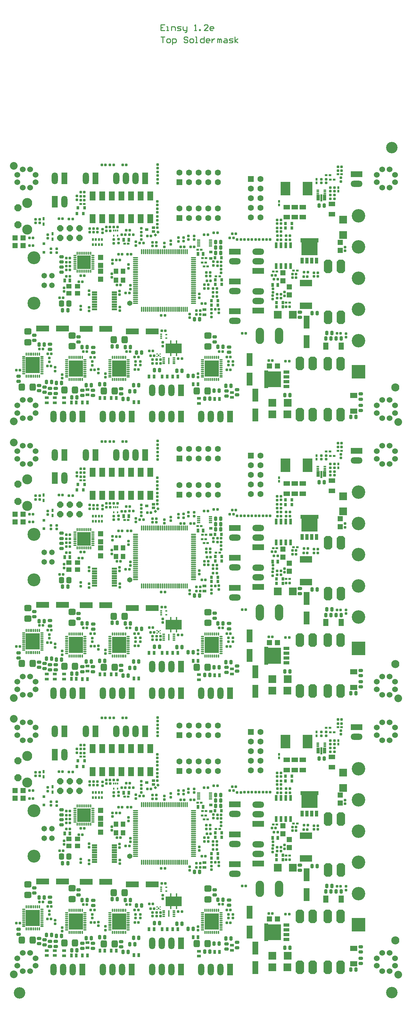
<source format=gts>
G04*
G04 #@! TF.GenerationSoftware,Altium Limited,Altium Designer,21.0.8 (223)*
G04*
G04 Layer_Color=8388736*
%FSLAX24Y24*%
%MOIN*%
G70*
G04*
G04 #@! TF.SameCoordinates,E1815635-7A5D-4FD7-A7C0-F7DF1B681885*
G04*
G04*
G04 #@! TF.FilePolarity,Negative*
G04*
G01*
G75*
%ADD12C,0.0100*%
%ADD46C,0.0600*%
%ADD66P,0.0213X4X180.0*%
%ADD134C,0.0300*%
%ADD142C,0.0580*%
%ADD192C,0.0631*%
%ADD193R,0.0460X0.0130*%
%ADD194R,0.0530X0.0170*%
%ADD195R,0.1680X0.1040*%
G04:AMPARAMS|DCode=196|XSize=118.7mil|YSize=118.7mil|CornerRadius=59.4mil|HoleSize=0mil|Usage=FLASHONLY|Rotation=90.000|XOffset=0mil|YOffset=0mil|HoleType=Round|Shape=RoundedRectangle|*
%AMROUNDEDRECTD196*
21,1,0.1187,0.0000,0,0,90.0*
21,1,0.0000,0.1187,0,0,90.0*
1,1,0.1187,0.0000,0.0000*
1,1,0.1187,0.0000,0.0000*
1,1,0.1187,0.0000,0.0000*
1,1,0.1187,0.0000,0.0000*
%
%ADD196ROUNDEDRECTD196*%
%ADD197R,0.0709X0.0473*%
%ADD198R,0.0257X0.0237*%
%ADD199R,0.0237X0.0257*%
%ADD200R,0.0990X0.1390*%
G04:AMPARAMS|DCode=201|XSize=26mil|YSize=28mil|CornerRadius=6.4mil|HoleSize=0mil|Usage=FLASHONLY|Rotation=90.000|XOffset=0mil|YOffset=0mil|HoleType=Round|Shape=RoundedRectangle|*
%AMROUNDEDRECTD201*
21,1,0.0260,0.0152,0,0,90.0*
21,1,0.0132,0.0280,0,0,90.0*
1,1,0.0128,0.0076,0.0066*
1,1,0.0128,0.0076,-0.0066*
1,1,0.0128,-0.0076,-0.0066*
1,1,0.0128,-0.0076,0.0066*
%
%ADD201ROUNDEDRECTD201*%
%ADD202R,0.0197X0.0720*%
%ADD203R,0.0354X0.0618*%
%ADD204R,0.0276X0.0146*%
G04:AMPARAMS|DCode=205|XSize=33.1mil|YSize=43.4mil|CornerRadius=7.8mil|HoleSize=0mil|Usage=FLASHONLY|Rotation=0.000|XOffset=0mil|YOffset=0mil|HoleType=Round|Shape=RoundedRectangle|*
%AMROUNDEDRECTD205*
21,1,0.0331,0.0277,0,0,0.0*
21,1,0.0175,0.0434,0,0,0.0*
1,1,0.0157,0.0087,-0.0139*
1,1,0.0157,-0.0087,-0.0139*
1,1,0.0157,-0.0087,0.0139*
1,1,0.0157,0.0087,0.0139*
%
%ADD205ROUNDEDRECTD205*%
%ADD206R,0.0304X0.0386*%
G04:AMPARAMS|DCode=207|XSize=26mil|YSize=28mil|CornerRadius=6.4mil|HoleSize=0mil|Usage=FLASHONLY|Rotation=180.000|XOffset=0mil|YOffset=0mil|HoleType=Round|Shape=RoundedRectangle|*
%AMROUNDEDRECTD207*
21,1,0.0260,0.0152,0,0,180.0*
21,1,0.0132,0.0280,0,0,180.0*
1,1,0.0128,-0.0066,0.0076*
1,1,0.0128,0.0066,0.0076*
1,1,0.0128,0.0066,-0.0076*
1,1,0.0128,-0.0066,-0.0076*
%
%ADD207ROUNDEDRECTD207*%
%ADD208R,0.0320X0.0600*%
%ADD209R,0.0600X0.0320*%
G04:AMPARAMS|DCode=210|XSize=26mil|YSize=28mil|CornerRadius=6.4mil|HoleSize=0mil|Usage=FLASHONLY|Rotation=225.000|XOffset=0mil|YOffset=0mil|HoleType=Round|Shape=RoundedRectangle|*
%AMROUNDEDRECTD210*
21,1,0.0260,0.0152,0,0,225.0*
21,1,0.0132,0.0280,0,0,225.0*
1,1,0.0128,-0.0100,0.0007*
1,1,0.0128,-0.0007,0.0100*
1,1,0.0128,0.0100,-0.0007*
1,1,0.0128,0.0007,-0.0100*
%
%ADD210ROUNDEDRECTD210*%
%ADD211R,0.0631X0.0957*%
%ADD212R,0.0355X0.0157*%
%ADD213R,0.0583X0.0749*%
%ADD214R,0.0240X0.0320*%
%ADD215R,0.0540X0.0190*%
%ADD216R,0.0830X0.0830*%
G04:AMPARAMS|DCode=217|XSize=80mil|YSize=80mil|CornerRadius=40mil|HoleSize=0mil|Usage=FLASHONLY|Rotation=0.000|XOffset=0mil|YOffset=0mil|HoleType=Round|Shape=RoundedRectangle|*
%AMROUNDEDRECTD217*
21,1,0.0800,0.0000,0,0,0.0*
21,1,0.0000,0.0800,0,0,0.0*
1,1,0.0800,0.0000,0.0000*
1,1,0.0800,0.0000,0.0000*
1,1,0.0800,0.0000,0.0000*
1,1,0.0800,0.0000,0.0000*
%
%ADD217ROUNDEDRECTD217*%
%ADD218R,0.1300X0.0670*%
G04:AMPARAMS|DCode=219|XSize=56mil|YSize=64mil|CornerRadius=15mil|HoleSize=0mil|Usage=FLASHONLY|Rotation=180.000|XOffset=0mil|YOffset=0mil|HoleType=Round|Shape=RoundedRectangle|*
%AMROUNDEDRECTD219*
21,1,0.0560,0.0340,0,0,180.0*
21,1,0.0260,0.0640,0,0,180.0*
1,1,0.0300,-0.0130,0.0170*
1,1,0.0300,0.0130,0.0170*
1,1,0.0300,0.0130,-0.0170*
1,1,0.0300,-0.0130,-0.0170*
%
%ADD219ROUNDEDRECTD219*%
%ADD220R,0.0560X0.0460*%
%ADD221R,0.0240X0.0300*%
G04:AMPARAMS|DCode=222|XSize=33.1mil|YSize=43.4mil|CornerRadius=7.8mil|HoleSize=0mil|Usage=FLASHONLY|Rotation=90.000|XOffset=0mil|YOffset=0mil|HoleType=Round|Shape=RoundedRectangle|*
%AMROUNDEDRECTD222*
21,1,0.0331,0.0277,0,0,90.0*
21,1,0.0175,0.0434,0,0,90.0*
1,1,0.0157,0.0139,0.0087*
1,1,0.0157,0.0139,-0.0087*
1,1,0.0157,-0.0139,-0.0087*
1,1,0.0157,-0.0139,0.0087*
%
%ADD222ROUNDEDRECTD222*%
%ADD223O,0.0138X0.0552*%
%ADD224O,0.0552X0.0138*%
%ADD225R,0.0280X0.0280*%
G04:AMPARAMS|DCode=226|XSize=67mil|YSize=75mil|CornerRadius=17.8mil|HoleSize=0mil|Usage=FLASHONLY|Rotation=90.000|XOffset=0mil|YOffset=0mil|HoleType=Round|Shape=RoundedRectangle|*
%AMROUNDEDRECTD226*
21,1,0.0670,0.0395,0,0,90.0*
21,1,0.0315,0.0750,0,0,90.0*
1,1,0.0355,0.0198,0.0158*
1,1,0.0355,0.0198,-0.0158*
1,1,0.0355,-0.0198,-0.0158*
1,1,0.0355,-0.0198,0.0158*
%
%ADD226ROUNDEDRECTD226*%
%ADD227R,0.1379X0.0591*%
%ADD228R,0.0280X0.0640*%
%ADD229R,0.0520X0.0520*%
G04:AMPARAMS|DCode=230|XSize=54mil|YSize=54mil|CornerRadius=27mil|HoleSize=0mil|Usage=FLASHONLY|Rotation=270.000|XOffset=0mil|YOffset=0mil|HoleType=Round|Shape=RoundedRectangle|*
%AMROUNDEDRECTD230*
21,1,0.0540,0.0000,0,0,270.0*
21,1,0.0000,0.0540,0,0,270.0*
1,1,0.0540,0.0000,0.0000*
1,1,0.0540,0.0000,0.0000*
1,1,0.0540,0.0000,0.0000*
1,1,0.0540,0.0000,0.0000*
%
%ADD230ROUNDEDRECTD230*%
%ADD231R,0.1457X0.1654*%
%ADD232O,0.0138X0.0375*%
%ADD233O,0.0375X0.0138*%
G04:AMPARAMS|DCode=234|XSize=15mil|YSize=35.4mil|CornerRadius=6.4mil|HoleSize=0mil|Usage=FLASHONLY|Rotation=180.000|XOffset=0mil|YOffset=0mil|HoleType=Round|Shape=RoundedRectangle|*
%AMROUNDEDRECTD234*
21,1,0.0150,0.0227,0,0,180.0*
21,1,0.0022,0.0354,0,0,180.0*
1,1,0.0128,-0.0011,0.0113*
1,1,0.0128,0.0011,0.0113*
1,1,0.0128,0.0011,-0.0113*
1,1,0.0128,-0.0011,-0.0113*
%
%ADD234ROUNDEDRECTD234*%
G04:AMPARAMS|DCode=235|XSize=15mil|YSize=35.4mil|CornerRadius=6.4mil|HoleSize=0mil|Usage=FLASHONLY|Rotation=270.000|XOffset=0mil|YOffset=0mil|HoleType=Round|Shape=RoundedRectangle|*
%AMROUNDEDRECTD235*
21,1,0.0150,0.0227,0,0,270.0*
21,1,0.0022,0.0354,0,0,270.0*
1,1,0.0128,-0.0113,-0.0011*
1,1,0.0128,-0.0113,0.0011*
1,1,0.0128,0.0113,0.0011*
1,1,0.0128,0.0113,-0.0011*
%
%ADD235ROUNDEDRECTD235*%
%ADD236R,0.1410X0.1410*%
%ADD237R,0.0276X0.0355*%
%ADD238R,0.0355X0.0257*%
%ADD239R,0.0257X0.0138*%
%ADD240R,0.0119X0.0670*%
%ADD241R,0.0217X0.0158*%
%ADD242R,0.0847X0.0847*%
%ADD243O,0.0150X0.0355*%
%ADD244O,0.0355X0.0150*%
%ADD245R,0.0158X0.0217*%
%ADD246R,0.0386X0.0304*%
%ADD247R,0.0591X0.1379*%
G04:AMPARAMS|DCode=248|XSize=67mil|YSize=75mil|CornerRadius=17.8mil|HoleSize=0mil|Usage=FLASHONLY|Rotation=180.000|XOffset=0mil|YOffset=0mil|HoleType=Round|Shape=RoundedRectangle|*
%AMROUNDEDRECTD248*
21,1,0.0670,0.0395,0,0,180.0*
21,1,0.0315,0.0750,0,0,180.0*
1,1,0.0355,-0.0158,0.0198*
1,1,0.0355,0.0158,0.0198*
1,1,0.0355,0.0158,-0.0198*
1,1,0.0355,-0.0158,-0.0198*
%
%ADD248ROUNDEDRECTD248*%
%ADD249R,0.0520X0.0520*%
%ADD250R,0.0355X0.0276*%
%ADD251R,0.0830X0.0830*%
%ADD252R,0.0460X0.0560*%
%ADD253R,0.0749X0.0583*%
%ADD254R,0.0631X0.0631*%
%ADD255C,0.0631*%
%ADD256O,0.0865X0.1690*%
%ADD257R,0.0631X0.0631*%
G04:AMPARAMS|DCode=258|XSize=137mil|YSize=87mil|CornerRadius=0mil|HoleSize=0mil|Usage=FLASHONLY|Rotation=270.000|XOffset=0mil|YOffset=0mil|HoleType=Round|Shape=Octagon|*
%AMOCTAGOND258*
4,1,8,-0.0217,-0.0685,0.0217,-0.0685,0.0435,-0.0468,0.0435,0.0468,0.0217,0.0685,-0.0217,0.0685,-0.0435,0.0468,-0.0435,-0.0468,-0.0217,-0.0685,0.0*
%
%ADD258OCTAGOND258*%

%ADD259P,0.0714X8X22.5*%
%ADD260C,0.1345*%
%ADD261P,0.0801X8X292.5*%
%ADD262C,0.1040*%
%ADD263R,0.1240X0.0640*%
%ADD264O,0.1240X0.0640*%
%ADD265R,0.0640X0.1240*%
%ADD266O,0.0640X0.1240*%
%ADD267O,0.1400X0.1400*%
%ADD268R,0.1400X0.1400*%
%ADD269C,0.0840*%
G36*
X44155Y88714D02*
X44057D01*
Y87375D01*
X42403D01*
Y88714D01*
X42305D01*
Y89117D01*
X44155D01*
Y88714D01*
D02*
G37*
G36*
X27775Y77017D02*
X27673D01*
X27614Y77076D01*
Y77120D01*
X27775D01*
Y77017D01*
D02*
G37*
G36*
X27448Y77076D02*
X27389Y77017D01*
X27287D01*
Y77120D01*
X27448D01*
Y77076D01*
D02*
G37*
G36*
X27775Y76758D02*
X27614D01*
Y76801D01*
X27673Y76860D01*
X27775D01*
Y76758D01*
D02*
G37*
G36*
X27448Y76801D02*
Y76758D01*
X27287D01*
Y76860D01*
X27389D01*
X27448Y76801D01*
D02*
G37*
G36*
X38918Y75271D02*
X40257D01*
Y73618D01*
X38918D01*
Y73519D01*
X38515D01*
Y75370D01*
X38918D01*
Y75271D01*
D02*
G37*
G36*
X44155Y59934D02*
X44057D01*
Y58595D01*
X42403D01*
Y59934D01*
X42305D01*
Y60338D01*
X44155D01*
Y59934D01*
D02*
G37*
G36*
X27775Y48238D02*
X27673D01*
X27614Y48297D01*
Y48340D01*
X27775D01*
Y48238D01*
D02*
G37*
G36*
X27448Y48297D02*
X27389Y48238D01*
X27287D01*
Y48340D01*
X27448D01*
Y48297D01*
D02*
G37*
G36*
X27775Y47978D02*
X27614D01*
Y48021D01*
X27673Y48080D01*
X27775D01*
Y47978D01*
D02*
G37*
G36*
X27448Y48021D02*
Y47978D01*
X27287D01*
Y48080D01*
X27389D01*
X27448Y48021D01*
D02*
G37*
G36*
X38918Y46492D02*
X40257D01*
Y44838D01*
X38918D01*
Y44740D01*
X38515D01*
Y46590D01*
X38918D01*
Y46492D01*
D02*
G37*
G36*
X44155Y31154D02*
X44057D01*
Y29816D01*
X42403D01*
Y31154D01*
X42305D01*
Y31558D01*
X44155D01*
Y31154D01*
D02*
G37*
G36*
X27775Y19458D02*
X27673D01*
X27614Y19517D01*
Y19561D01*
X27775D01*
Y19458D01*
D02*
G37*
G36*
X27448Y19517D02*
X27389Y19458D01*
X27287D01*
Y19561D01*
X27448D01*
Y19517D01*
D02*
G37*
G36*
X27775Y19199D02*
X27614D01*
Y19242D01*
X27673Y19301D01*
X27775D01*
Y19199D01*
D02*
G37*
G36*
X27448Y19242D02*
Y19199D01*
X27287D01*
Y19301D01*
X27389D01*
X27448Y19242D01*
D02*
G37*
G36*
X38918Y17712D02*
X40257D01*
Y16058D01*
X38918D01*
Y15960D01*
X38515D01*
Y17810D01*
X38918D01*
Y17712D01*
D02*
G37*
G54D12*
X27750Y110100D02*
X28150D01*
X27950D01*
Y109500D01*
X28450D02*
X28650D01*
X28750Y109600D01*
Y109800D01*
X28650Y109900D01*
X28450D01*
X28350Y109800D01*
Y109600D01*
X28450Y109500D01*
X28950Y109300D02*
Y109900D01*
X29250D01*
X29349Y109800D01*
Y109600D01*
X29250Y109500D01*
X28950D01*
X30549Y110000D02*
X30449Y110100D01*
X30249D01*
X30149Y110000D01*
Y109900D01*
X30249Y109800D01*
X30449D01*
X30549Y109700D01*
Y109600D01*
X30449Y109500D01*
X30249D01*
X30149Y109600D01*
X30849Y109500D02*
X31049D01*
X31149Y109600D01*
Y109800D01*
X31049Y109900D01*
X30849D01*
X30749Y109800D01*
Y109600D01*
X30849Y109500D01*
X31349D02*
X31549D01*
X31449D01*
Y110100D01*
X31349D01*
X32249D02*
Y109500D01*
X31949D01*
X31849Y109600D01*
Y109800D01*
X31949Y109900D01*
X32249D01*
X32748Y109500D02*
X32548D01*
X32448Y109600D01*
Y109800D01*
X32548Y109900D01*
X32748D01*
X32848Y109800D01*
Y109700D01*
X32448D01*
X33048Y109900D02*
Y109500D01*
Y109700D01*
X33148Y109800D01*
X33248Y109900D01*
X33348D01*
X33648Y109500D02*
Y109900D01*
X33748D01*
X33848Y109800D01*
Y109500D01*
Y109800D01*
X33948Y109900D01*
X34048Y109800D01*
Y109500D01*
X34348Y109900D02*
X34548D01*
X34648Y109800D01*
Y109500D01*
X34348D01*
X34248Y109600D01*
X34348Y109700D01*
X34648D01*
X34848Y109500D02*
X35148D01*
X35248Y109600D01*
X35148Y109700D01*
X34948D01*
X34848Y109800D01*
X34948Y109900D01*
X35248D01*
X35448Y109500D02*
Y110100D01*
Y109700D02*
X35747Y109900D01*
X35448Y109700D02*
X35747Y109500D01*
X28150Y111350D02*
X27750D01*
Y110750D01*
X28150D01*
X27750Y111050D02*
X27950D01*
X28350Y110750D02*
X28550D01*
X28450D01*
Y111150D01*
X28350D01*
X28850Y110750D02*
Y111150D01*
X29150D01*
X29250Y111050D01*
Y110750D01*
X29449D02*
X29749D01*
X29849Y110850D01*
X29749Y110950D01*
X29549D01*
X29449Y111050D01*
X29549Y111150D01*
X29849D01*
X30049D02*
Y110850D01*
X30149Y110750D01*
X30449D01*
Y110650D01*
X30349Y110550D01*
X30249D01*
X30449Y110750D02*
Y111150D01*
X31249Y110750D02*
X31449D01*
X31349D01*
Y111350D01*
X31249Y111250D01*
X31749Y110750D02*
Y110850D01*
X31849D01*
Y110750D01*
X31749D01*
X32648D02*
X32249D01*
X32648Y111150D01*
Y111250D01*
X32548Y111350D01*
X32349D01*
X32249Y111250D01*
X33148Y110750D02*
X32948D01*
X32848Y110850D01*
Y111050D01*
X32948Y111150D01*
X33148D01*
X33248Y111050D01*
Y110950D01*
X32848D01*
G54D46*
X51575Y12835D02*
D03*
X50787D02*
D03*
X50236Y13386D02*
D03*
Y14173D02*
D03*
X50787Y14724D02*
D03*
X51575D02*
D03*
X52126Y14173D02*
D03*
Y13386D02*
D03*
Y37402D02*
D03*
Y38189D02*
D03*
X51575Y38740D02*
D03*
X50787D02*
D03*
X50236Y38189D02*
D03*
Y37402D02*
D03*
X50787Y36850D02*
D03*
X51575D02*
D03*
X14724Y37402D02*
D03*
Y38189D02*
D03*
X14173Y38740D02*
D03*
X13386D02*
D03*
X12835Y38189D02*
D03*
Y37402D02*
D03*
X13386Y36850D02*
D03*
X14173D02*
D03*
X14724Y13386D02*
D03*
Y14173D02*
D03*
X14173Y14724D02*
D03*
X13386D02*
D03*
X12835Y14173D02*
D03*
Y13386D02*
D03*
X13386Y12835D02*
D03*
X14173D02*
D03*
X51575Y41614D02*
D03*
X50787D02*
D03*
X50236Y42165D02*
D03*
Y42953D02*
D03*
X50787Y43504D02*
D03*
X51575D02*
D03*
X52126Y42953D02*
D03*
Y42165D02*
D03*
Y66181D02*
D03*
Y66968D02*
D03*
X51575Y67520D02*
D03*
X50787D02*
D03*
X50236Y66968D02*
D03*
Y66181D02*
D03*
X50787Y65630D02*
D03*
X51575D02*
D03*
X14724Y66181D02*
D03*
Y66968D02*
D03*
X14173Y67520D02*
D03*
X13386D02*
D03*
X12835Y66968D02*
D03*
Y66181D02*
D03*
X13386Y65630D02*
D03*
X14173D02*
D03*
X14724Y42165D02*
D03*
Y42953D02*
D03*
X14173Y43504D02*
D03*
X13386D02*
D03*
X12835Y42953D02*
D03*
Y42165D02*
D03*
X13386Y41614D02*
D03*
X14173D02*
D03*
X51575Y70394D02*
D03*
X50787D02*
D03*
X50236Y70945D02*
D03*
Y71732D02*
D03*
X50787Y72283D02*
D03*
X51575D02*
D03*
X52126Y71732D02*
D03*
Y70945D02*
D03*
Y94961D02*
D03*
Y95748D02*
D03*
X51575Y96299D02*
D03*
X50787D02*
D03*
X50236Y95748D02*
D03*
Y94961D02*
D03*
X50787Y94409D02*
D03*
X51575D02*
D03*
X14724Y94961D02*
D03*
Y95748D02*
D03*
X14173Y96299D02*
D03*
X13386D02*
D03*
X12835Y95748D02*
D03*
Y94961D02*
D03*
X13386Y94409D02*
D03*
X14173D02*
D03*
X14724Y70945D02*
D03*
Y71732D02*
D03*
X14173Y72283D02*
D03*
X13386D02*
D03*
X12835Y71732D02*
D03*
Y70945D02*
D03*
X13386Y70394D02*
D03*
X14173D02*
D03*
G54D66*
X27531Y19380D02*
D03*
Y48159D02*
D03*
Y76939D02*
D03*
G54D134*
X43630Y30096D02*
D03*
Y30496D02*
D03*
Y30896D02*
D03*
Y31296D02*
D03*
X42830D02*
D03*
Y30896D02*
D03*
Y30496D02*
D03*
Y30096D02*
D03*
X43230D02*
D03*
Y30496D02*
D03*
Y31296D02*
D03*
Y30896D02*
D03*
X39977Y17285D02*
D03*
X39577D02*
D03*
X39177D02*
D03*
X38777D02*
D03*
Y16485D02*
D03*
X39177D02*
D03*
X39577D02*
D03*
X39977D02*
D03*
Y16885D02*
D03*
X39577D02*
D03*
X38777D02*
D03*
X39177D02*
D03*
X32625Y18659D02*
D03*
X33492Y17359D02*
D03*
X33059D02*
D03*
X32625D02*
D03*
X33492Y17793D02*
D03*
X33059D02*
D03*
X32625D02*
D03*
X33492Y18226D02*
D03*
X33059D02*
D03*
X32625D02*
D03*
X33492Y18659D02*
D03*
X33059D02*
D03*
X19769Y29069D02*
D03*
Y29443D02*
D03*
X19392Y29446D02*
D03*
X19396Y29069D02*
D03*
X19394Y28685D02*
D03*
X19769Y28694D02*
D03*
X20143D02*
D03*
Y29069D02*
D03*
Y29443D02*
D03*
X14445Y19019D02*
D03*
X14878D02*
D03*
X14012Y18586D02*
D03*
X14445D02*
D03*
X14878D02*
D03*
X14012Y18153D02*
D03*
X14445D02*
D03*
X14878D02*
D03*
X14012Y17719D02*
D03*
X14445D02*
D03*
X14878D02*
D03*
X14012Y19019D02*
D03*
X18918Y18659D02*
D03*
X19352D02*
D03*
X18485Y18226D02*
D03*
X18918D02*
D03*
X19352D02*
D03*
X18485Y17793D02*
D03*
X18918D02*
D03*
X19352D02*
D03*
X18485Y17359D02*
D03*
X18918D02*
D03*
X19352D02*
D03*
X18485Y18659D02*
D03*
X23419D02*
D03*
X23852D02*
D03*
X22985Y18226D02*
D03*
X23419D02*
D03*
X23852D02*
D03*
X22985Y17793D02*
D03*
X23419D02*
D03*
X23852D02*
D03*
X22985Y17359D02*
D03*
X23419D02*
D03*
X23852D02*
D03*
X22985Y18659D02*
D03*
X43630Y58876D02*
D03*
Y59276D02*
D03*
Y59676D02*
D03*
Y60076D02*
D03*
X42830D02*
D03*
Y59676D02*
D03*
Y59276D02*
D03*
Y58876D02*
D03*
X43230D02*
D03*
Y59276D02*
D03*
Y60076D02*
D03*
Y59676D02*
D03*
X39977Y46065D02*
D03*
X39577D02*
D03*
X39177D02*
D03*
X38777D02*
D03*
Y45265D02*
D03*
X39177D02*
D03*
X39577D02*
D03*
X39977D02*
D03*
Y45665D02*
D03*
X39577D02*
D03*
X38777D02*
D03*
X39177D02*
D03*
X32625Y47438D02*
D03*
X33492Y46139D02*
D03*
X33059D02*
D03*
X32625D02*
D03*
X33492Y46572D02*
D03*
X33059D02*
D03*
X32625D02*
D03*
X33492Y47005D02*
D03*
X33059D02*
D03*
X32625D02*
D03*
X33492Y47438D02*
D03*
X33059D02*
D03*
X19769Y57848D02*
D03*
Y58222D02*
D03*
X19392Y58226D02*
D03*
X19396Y57848D02*
D03*
X19394Y57464D02*
D03*
X19769Y57474D02*
D03*
X20143D02*
D03*
Y57848D02*
D03*
Y58222D02*
D03*
X14445Y47798D02*
D03*
X14878D02*
D03*
X14012Y47365D02*
D03*
X14445D02*
D03*
X14878D02*
D03*
X14012Y46932D02*
D03*
X14445D02*
D03*
X14878D02*
D03*
X14012Y46499D02*
D03*
X14445D02*
D03*
X14878D02*
D03*
X14012Y47798D02*
D03*
X18918Y47438D02*
D03*
X19352D02*
D03*
X18485Y47005D02*
D03*
X18918D02*
D03*
X19352D02*
D03*
X18485Y46572D02*
D03*
X18918D02*
D03*
X19352D02*
D03*
X18485Y46139D02*
D03*
X18918D02*
D03*
X19352D02*
D03*
X18485Y47438D02*
D03*
X23419D02*
D03*
X23852D02*
D03*
X22985Y47005D02*
D03*
X23419D02*
D03*
X23852D02*
D03*
X22985Y46572D02*
D03*
X23419D02*
D03*
X23852D02*
D03*
X22985Y46139D02*
D03*
X23419D02*
D03*
X23852D02*
D03*
X22985Y47438D02*
D03*
X43630Y87655D02*
D03*
Y88055D02*
D03*
Y88455D02*
D03*
Y88855D02*
D03*
X42830D02*
D03*
Y88455D02*
D03*
Y88055D02*
D03*
Y87655D02*
D03*
X43230D02*
D03*
Y88055D02*
D03*
Y88855D02*
D03*
Y88455D02*
D03*
X39977Y74844D02*
D03*
X39577D02*
D03*
X39177D02*
D03*
X38777D02*
D03*
Y74044D02*
D03*
X39177D02*
D03*
X39577D02*
D03*
X39977D02*
D03*
Y74444D02*
D03*
X39577D02*
D03*
X38777D02*
D03*
X39177D02*
D03*
X32625Y76218D02*
D03*
X33492Y74918D02*
D03*
X33059D02*
D03*
X32625D02*
D03*
X33492Y75352D02*
D03*
X33059D02*
D03*
X32625D02*
D03*
X33492Y75785D02*
D03*
X33059D02*
D03*
X32625D02*
D03*
X33492Y76218D02*
D03*
X33059D02*
D03*
X19769Y86628D02*
D03*
Y87002D02*
D03*
X19392Y87005D02*
D03*
X19396Y86628D02*
D03*
X19394Y86244D02*
D03*
X19769Y86254D02*
D03*
X20143D02*
D03*
Y86628D02*
D03*
Y87002D02*
D03*
X14445Y76578D02*
D03*
X14878D02*
D03*
X14012Y76145D02*
D03*
X14445D02*
D03*
X14878D02*
D03*
X14012Y75712D02*
D03*
X14445D02*
D03*
X14878D02*
D03*
X14012Y75279D02*
D03*
X14445D02*
D03*
X14878D02*
D03*
X14012Y76578D02*
D03*
X18918Y76218D02*
D03*
X19352D02*
D03*
X18485Y75785D02*
D03*
X18918D02*
D03*
X19352D02*
D03*
X18485Y75352D02*
D03*
X18918D02*
D03*
X19352D02*
D03*
X18485Y74918D02*
D03*
X18918D02*
D03*
X19352D02*
D03*
X18485Y76218D02*
D03*
X23419D02*
D03*
X23852D02*
D03*
X22985Y75785D02*
D03*
X23419D02*
D03*
X23852D02*
D03*
X22985Y75352D02*
D03*
X23419D02*
D03*
X23852D02*
D03*
X22985Y74918D02*
D03*
X23419D02*
D03*
X23852D02*
D03*
X22985Y76218D02*
D03*
G54D142*
X16427Y26665D02*
D03*
Y27657D02*
D03*
X15637D02*
D03*
Y26665D02*
D03*
X16427Y55445D02*
D03*
Y56437D02*
D03*
X15637D02*
D03*
Y55445D02*
D03*
X16427Y84224D02*
D03*
Y85217D02*
D03*
X15637D02*
D03*
Y84224D02*
D03*
G54D192*
X38135Y37726D02*
D03*
Y36726D02*
D03*
Y35726D02*
D03*
Y34726D02*
D03*
Y33726D02*
D03*
Y66505D02*
D03*
Y65505D02*
D03*
Y64505D02*
D03*
Y63505D02*
D03*
Y62505D02*
D03*
Y95285D02*
D03*
Y94285D02*
D03*
Y93285D02*
D03*
Y92285D02*
D03*
Y91285D02*
D03*
G54D193*
X22910Y25944D02*
D03*
X22910Y25694D02*
D03*
X22910Y25444D02*
D03*
X22910Y25194D02*
D03*
X22910Y24944D02*
D03*
X22910Y24694D02*
D03*
Y24444D02*
D03*
X22910Y24194D02*
D03*
X20870D02*
D03*
X20870Y24444D02*
D03*
Y24694D02*
D03*
X20870Y24944D02*
D03*
X20870Y25194D02*
D03*
Y25444D02*
D03*
X20870Y25694D02*
D03*
X20870Y25944D02*
D03*
X22910Y54723D02*
D03*
X22910Y54473D02*
D03*
X22910Y54223D02*
D03*
X22910Y53973D02*
D03*
X22910Y53723D02*
D03*
X22910Y53473D02*
D03*
Y53223D02*
D03*
X22910Y52973D02*
D03*
X20870D02*
D03*
X20870Y53223D02*
D03*
Y53473D02*
D03*
X20870Y53723D02*
D03*
X20870Y53973D02*
D03*
Y54223D02*
D03*
X20870Y54473D02*
D03*
X20870Y54723D02*
D03*
X22910Y83503D02*
D03*
X22910Y83253D02*
D03*
X22910Y83003D02*
D03*
X22910Y82753D02*
D03*
X22910Y82503D02*
D03*
X22910Y82253D02*
D03*
Y82003D02*
D03*
X22910Y81753D02*
D03*
X20870D02*
D03*
X20870Y82003D02*
D03*
Y82253D02*
D03*
X20870Y82503D02*
D03*
X20870Y82753D02*
D03*
Y83003D02*
D03*
X20870Y83253D02*
D03*
X20870Y83503D02*
D03*
G54D194*
X22915Y25944D02*
D03*
X22915Y25694D02*
D03*
X22915Y25444D02*
D03*
X22915Y25194D02*
D03*
X22915Y24944D02*
D03*
X22915Y24694D02*
D03*
X22915Y24444D02*
D03*
X22915Y24194D02*
D03*
X20865Y24194D02*
D03*
X20865Y24444D02*
D03*
Y24694D02*
D03*
X20865Y24944D02*
D03*
X20865Y25194D02*
D03*
Y25444D02*
D03*
X20865Y25694D02*
D03*
Y25944D02*
D03*
X22915Y54723D02*
D03*
X22915Y54473D02*
D03*
X22915Y54223D02*
D03*
X22915Y53973D02*
D03*
X22915Y53723D02*
D03*
X22915Y53473D02*
D03*
X22915Y53223D02*
D03*
X22915Y52973D02*
D03*
X20865Y52973D02*
D03*
X20865Y53223D02*
D03*
Y53473D02*
D03*
X20865Y53723D02*
D03*
X20865Y53973D02*
D03*
Y54223D02*
D03*
X20865Y54473D02*
D03*
Y54723D02*
D03*
X22915Y83503D02*
D03*
X22915Y83253D02*
D03*
X22915Y83003D02*
D03*
X22915Y82753D02*
D03*
X22915Y82503D02*
D03*
X22915Y82253D02*
D03*
X22915Y82003D02*
D03*
X22915Y81753D02*
D03*
X20865Y81753D02*
D03*
X20865Y82003D02*
D03*
Y82253D02*
D03*
X20865Y82503D02*
D03*
X20865Y82753D02*
D03*
Y83003D02*
D03*
X20865Y83253D02*
D03*
Y83503D02*
D03*
G54D195*
X29096Y20107D02*
D03*
Y48887D02*
D03*
Y77666D02*
D03*
G54D196*
X51800Y98572D02*
D03*
Y10600D02*
D03*
X13061Y10561D02*
D03*
G54D197*
X45559Y35130D02*
D03*
Y34067D02*
D03*
X40869Y34820D02*
D03*
Y33757D02*
D03*
X41689Y34820D02*
D03*
Y33757D02*
D03*
X42529Y34820D02*
D03*
Y33757D02*
D03*
X45559Y63909D02*
D03*
Y62846D02*
D03*
X40869Y63599D02*
D03*
Y62536D02*
D03*
X41689Y63599D02*
D03*
Y62536D02*
D03*
X42529Y63599D02*
D03*
Y62536D02*
D03*
X45559Y92689D02*
D03*
Y91626D02*
D03*
X40869Y92379D02*
D03*
Y91316D02*
D03*
X41689Y92379D02*
D03*
Y91316D02*
D03*
X42529Y92379D02*
D03*
Y91316D02*
D03*
G54D198*
X45782Y37684D02*
D03*
X45405D02*
D03*
X45352Y38151D02*
D03*
X44975D02*
D03*
X31586Y30379D02*
D03*
X31960D02*
D03*
X32069Y29024D02*
D03*
X32446D02*
D03*
X32092Y29490D02*
D03*
X32469D02*
D03*
X41175Y24878D02*
D03*
X40799D02*
D03*
X33887Y27618D02*
D03*
X33510D02*
D03*
X32254Y28630D02*
D03*
X32631D02*
D03*
X19808Y35151D02*
D03*
X19434D02*
D03*
X24002Y31014D02*
D03*
X24376D02*
D03*
X41574Y28201D02*
D03*
X41951D02*
D03*
X39838Y28091D02*
D03*
X39464D02*
D03*
X46572Y38232D02*
D03*
X46198D02*
D03*
X45782Y66464D02*
D03*
X45405D02*
D03*
X45352Y66930D02*
D03*
X44975D02*
D03*
X31586Y59158D02*
D03*
X31960D02*
D03*
X32069Y57803D02*
D03*
X32446D02*
D03*
X32092Y58270D02*
D03*
X32469D02*
D03*
X41175Y53658D02*
D03*
X40799D02*
D03*
X33887Y56397D02*
D03*
X33510D02*
D03*
X32254Y57409D02*
D03*
X32631D02*
D03*
X19808Y63931D02*
D03*
X19434D02*
D03*
X24002Y59793D02*
D03*
X24376D02*
D03*
X41574Y56981D02*
D03*
X41951D02*
D03*
X39838Y56871D02*
D03*
X39464D02*
D03*
X46572Y67011D02*
D03*
X46198D02*
D03*
X45782Y95243D02*
D03*
X45405D02*
D03*
X45352Y95710D02*
D03*
X44975D02*
D03*
X31586Y87938D02*
D03*
X31960D02*
D03*
X32069Y86583D02*
D03*
X32446D02*
D03*
X32092Y87049D02*
D03*
X32469D02*
D03*
X41175Y82438D02*
D03*
X40799D02*
D03*
X33887Y85177D02*
D03*
X33510D02*
D03*
X32254Y86189D02*
D03*
X32631D02*
D03*
X19808Y92710D02*
D03*
X19434D02*
D03*
X24002Y88573D02*
D03*
X24376D02*
D03*
X41574Y85760D02*
D03*
X41951D02*
D03*
X39838Y85650D02*
D03*
X39464D02*
D03*
X46572Y95791D02*
D03*
X46198D02*
D03*
G54D199*
X40060Y35414D02*
D03*
Y35037D02*
D03*
X43949Y37344D02*
D03*
Y37721D02*
D03*
X46219Y36845D02*
D03*
Y36468D02*
D03*
X40060Y64194D02*
D03*
Y63817D02*
D03*
X43949Y66123D02*
D03*
Y66500D02*
D03*
X46219Y65625D02*
D03*
Y65248D02*
D03*
X40060Y92973D02*
D03*
Y92596D02*
D03*
X43949Y94903D02*
D03*
Y95280D02*
D03*
X46219Y94404D02*
D03*
Y94027D02*
D03*
G54D200*
X40739Y36733D02*
D03*
X43039D02*
D03*
X40739Y65513D02*
D03*
X43039D02*
D03*
X40739Y94292D02*
D03*
X43039D02*
D03*
G54D201*
X45819Y36468D02*
D03*
Y36847D02*
D03*
X44965Y37719D02*
D03*
Y37340D02*
D03*
X45399Y36847D02*
D03*
Y36468D02*
D03*
X44469Y37719D02*
D03*
Y37340D02*
D03*
X45399Y35678D02*
D03*
Y36057D02*
D03*
X45819Y35678D02*
D03*
Y36057D02*
D03*
X31215Y31807D02*
D03*
Y31428D02*
D03*
X21171Y32568D02*
D03*
Y32194D02*
D03*
X20761Y32568D02*
D03*
Y32194D02*
D03*
X27718Y18553D02*
D03*
Y18927D02*
D03*
X27315Y18553D02*
D03*
Y18927D02*
D03*
X26911Y18553D02*
D03*
Y18927D02*
D03*
X23368Y31088D02*
D03*
Y31462D02*
D03*
X39421Y25939D02*
D03*
Y26313D02*
D03*
X16179Y19095D02*
D03*
Y18721D02*
D03*
X20295Y26093D02*
D03*
Y25719D02*
D03*
X23474Y26077D02*
D03*
Y25703D02*
D03*
X23484Y24025D02*
D03*
Y24399D02*
D03*
X20305Y23996D02*
D03*
Y24370D02*
D03*
X21999Y17112D02*
D03*
Y17486D02*
D03*
X16314Y30082D02*
D03*
Y30456D02*
D03*
X22649Y27875D02*
D03*
Y27501D02*
D03*
X17488Y17002D02*
D03*
Y17376D02*
D03*
X28799Y30943D02*
D03*
Y31317D02*
D03*
X20639Y18726D02*
D03*
Y18352D02*
D03*
X25139Y18736D02*
D03*
Y18362D02*
D03*
X27429Y38095D02*
D03*
Y38469D02*
D03*
X40254Y33479D02*
D03*
Y33105D02*
D03*
X31639Y17091D02*
D03*
Y17465D02*
D03*
X34789Y18736D02*
D03*
Y18362D02*
D03*
X30763Y23689D02*
D03*
Y23315D02*
D03*
X17699Y26031D02*
D03*
Y26405D02*
D03*
X22732Y28931D02*
D03*
Y29305D02*
D03*
X24409Y28825D02*
D03*
Y28451D02*
D03*
X31769Y25384D02*
D03*
Y25758D02*
D03*
X14739Y33535D02*
D03*
Y33161D02*
D03*
X47041Y21651D02*
D03*
Y21272D02*
D03*
X21711Y32521D02*
D03*
Y32142D02*
D03*
X20361Y32571D02*
D03*
Y32192D02*
D03*
X16914Y30079D02*
D03*
Y30458D02*
D03*
X19021Y35581D02*
D03*
Y35960D02*
D03*
X46511Y37867D02*
D03*
Y37488D02*
D03*
X28130Y31068D02*
D03*
Y30689D02*
D03*
X19421Y24131D02*
D03*
Y24510D02*
D03*
X46941Y30641D02*
D03*
Y30262D02*
D03*
X15998Y31950D02*
D03*
Y31571D02*
D03*
X15149Y33159D02*
D03*
Y33537D02*
D03*
X39854Y33102D02*
D03*
Y33481D02*
D03*
X26881Y30774D02*
D03*
Y31153D02*
D03*
X39849Y32257D02*
D03*
Y32636D02*
D03*
X40259D02*
D03*
Y32257D02*
D03*
X22876Y31430D02*
D03*
Y31051D02*
D03*
X35268Y18738D02*
D03*
Y18360D02*
D03*
X16759Y18128D02*
D03*
Y17750D02*
D03*
X25619Y18738D02*
D03*
Y18360D02*
D03*
X21249Y17929D02*
D03*
Y17550D02*
D03*
X29599Y31628D02*
D03*
Y31250D02*
D03*
X30143Y31639D02*
D03*
Y31260D02*
D03*
X30615Y31804D02*
D03*
Y31425D02*
D03*
X27285Y30774D02*
D03*
Y31153D02*
D03*
X43701Y27591D02*
D03*
Y27970D02*
D03*
X44111Y27591D02*
D03*
Y27970D02*
D03*
X40638Y25578D02*
D03*
Y25957D02*
D03*
X27405Y33444D02*
D03*
Y33823D02*
D03*
Y35402D02*
D03*
Y35023D02*
D03*
X27413Y34635D02*
D03*
Y34256D02*
D03*
X25744Y31824D02*
D03*
Y31445D02*
D03*
Y32591D02*
D03*
Y32212D02*
D03*
X25157Y31190D02*
D03*
Y30811D02*
D03*
X27429Y37698D02*
D03*
Y37319D02*
D03*
X27421Y38869D02*
D03*
Y39248D02*
D03*
X33609Y26328D02*
D03*
Y25950D02*
D03*
X33198Y26328D02*
D03*
Y25950D02*
D03*
X33038Y23389D02*
D03*
Y23767D02*
D03*
X33238Y28749D02*
D03*
Y29127D02*
D03*
X39395Y25227D02*
D03*
Y25606D02*
D03*
X34025Y27963D02*
D03*
Y28342D02*
D03*
X33795Y24174D02*
D03*
Y23795D02*
D03*
X24588Y26282D02*
D03*
Y26661D02*
D03*
X27403Y32674D02*
D03*
Y33053D02*
D03*
X27974Y20351D02*
D03*
Y20730D02*
D03*
X45819Y65248D02*
D03*
Y65627D02*
D03*
X44965Y66498D02*
D03*
Y66119D02*
D03*
X45399Y65627D02*
D03*
Y65248D02*
D03*
X44469Y66498D02*
D03*
Y66119D02*
D03*
X45399Y64458D02*
D03*
Y64837D02*
D03*
X45819Y64458D02*
D03*
Y64837D02*
D03*
X31215Y60587D02*
D03*
Y60208D02*
D03*
X21171Y61348D02*
D03*
Y60974D02*
D03*
X20761Y61348D02*
D03*
Y60974D02*
D03*
X27718Y47332D02*
D03*
Y47706D02*
D03*
X27315Y47332D02*
D03*
Y47706D02*
D03*
X26911Y47332D02*
D03*
Y47706D02*
D03*
X23368Y59868D02*
D03*
Y60242D02*
D03*
X39421Y54718D02*
D03*
Y55092D02*
D03*
X16179Y47875D02*
D03*
Y47501D02*
D03*
X20295Y54872D02*
D03*
Y54498D02*
D03*
X23474Y54856D02*
D03*
Y54482D02*
D03*
X23484Y52804D02*
D03*
Y53179D02*
D03*
X20305Y52776D02*
D03*
Y53150D02*
D03*
X21999Y45891D02*
D03*
Y46265D02*
D03*
X16314Y58861D02*
D03*
Y59235D02*
D03*
X22649Y56655D02*
D03*
Y56281D02*
D03*
X17488Y45781D02*
D03*
Y46155D02*
D03*
X28799Y59722D02*
D03*
Y60096D02*
D03*
X20639Y47505D02*
D03*
Y47131D02*
D03*
X25139Y47515D02*
D03*
Y47141D02*
D03*
X27429Y66875D02*
D03*
Y67249D02*
D03*
X40254Y62259D02*
D03*
Y61884D02*
D03*
X31639Y45871D02*
D03*
Y46245D02*
D03*
X34789Y47515D02*
D03*
Y47141D02*
D03*
X30763Y52468D02*
D03*
Y52094D02*
D03*
X17699Y54811D02*
D03*
Y55185D02*
D03*
X22732Y57710D02*
D03*
Y58084D02*
D03*
X24409Y57604D02*
D03*
Y57230D02*
D03*
X31769Y54164D02*
D03*
Y54538D02*
D03*
X14739Y62315D02*
D03*
Y61941D02*
D03*
X47041Y50431D02*
D03*
Y50052D02*
D03*
X21711Y61301D02*
D03*
Y60922D02*
D03*
X20361Y61351D02*
D03*
Y60972D02*
D03*
X16914Y58858D02*
D03*
Y59237D02*
D03*
X19021Y64361D02*
D03*
Y64740D02*
D03*
X46511Y66646D02*
D03*
Y66267D02*
D03*
X28130Y59847D02*
D03*
Y59468D02*
D03*
X19421Y52911D02*
D03*
Y53290D02*
D03*
X46941Y59421D02*
D03*
Y59042D02*
D03*
X15998Y60729D02*
D03*
Y60350D02*
D03*
X15149Y61938D02*
D03*
Y62317D02*
D03*
X39854Y61881D02*
D03*
Y62260D02*
D03*
X26881Y59554D02*
D03*
Y59933D02*
D03*
X39849Y61036D02*
D03*
Y61415D02*
D03*
X40259D02*
D03*
Y61036D02*
D03*
X22876Y60209D02*
D03*
Y59830D02*
D03*
X35268Y47518D02*
D03*
Y47139D02*
D03*
X16759Y46908D02*
D03*
Y46529D02*
D03*
X25619Y47518D02*
D03*
Y47139D02*
D03*
X21249Y46708D02*
D03*
Y46329D02*
D03*
X29599Y60408D02*
D03*
Y60029D02*
D03*
X30143Y60418D02*
D03*
Y60039D02*
D03*
X30615Y60583D02*
D03*
Y60204D02*
D03*
X27285Y59554D02*
D03*
Y59933D02*
D03*
X43701Y56371D02*
D03*
Y56750D02*
D03*
X44111Y56371D02*
D03*
Y56750D02*
D03*
X40638Y54358D02*
D03*
Y54737D02*
D03*
X27405Y62223D02*
D03*
Y62602D02*
D03*
Y64182D02*
D03*
Y63803D02*
D03*
X27413Y63414D02*
D03*
Y63035D02*
D03*
X25744Y60603D02*
D03*
Y60224D02*
D03*
Y61371D02*
D03*
Y60992D02*
D03*
X25157Y59969D02*
D03*
Y59590D02*
D03*
X27429Y66477D02*
D03*
Y66098D02*
D03*
X27421Y67648D02*
D03*
Y68027D02*
D03*
X33609Y55108D02*
D03*
Y54729D02*
D03*
X33198Y55108D02*
D03*
Y54729D02*
D03*
X33038Y52168D02*
D03*
Y52547D02*
D03*
X33238Y57528D02*
D03*
Y57907D02*
D03*
X39395Y54007D02*
D03*
Y54386D02*
D03*
X34025Y56743D02*
D03*
Y57122D02*
D03*
X33795Y52953D02*
D03*
Y52574D02*
D03*
X24588Y55062D02*
D03*
Y55441D02*
D03*
X27403Y61453D02*
D03*
Y61832D02*
D03*
X27974Y49131D02*
D03*
Y49510D02*
D03*
X45819Y94027D02*
D03*
Y94406D02*
D03*
X44965Y95278D02*
D03*
Y94899D02*
D03*
X45399Y94406D02*
D03*
Y94027D02*
D03*
X44469Y95278D02*
D03*
Y94899D02*
D03*
X45399Y93237D02*
D03*
Y93616D02*
D03*
X45819Y93237D02*
D03*
Y93616D02*
D03*
X31215Y89366D02*
D03*
Y88987D02*
D03*
X21171Y90127D02*
D03*
Y89753D02*
D03*
X20761Y90127D02*
D03*
Y89753D02*
D03*
X27718Y76112D02*
D03*
Y76486D02*
D03*
X27315Y76112D02*
D03*
Y76486D02*
D03*
X26911Y76112D02*
D03*
Y76486D02*
D03*
X23368Y88647D02*
D03*
Y89021D02*
D03*
X39421Y83498D02*
D03*
Y83872D02*
D03*
X16179Y76655D02*
D03*
Y76281D02*
D03*
X20295Y83652D02*
D03*
Y83278D02*
D03*
X23474Y83636D02*
D03*
Y83262D02*
D03*
X23484Y81584D02*
D03*
Y81958D02*
D03*
X20305Y81555D02*
D03*
Y81929D02*
D03*
X21999Y74671D02*
D03*
Y75045D02*
D03*
X16314Y87641D02*
D03*
Y88015D02*
D03*
X22649Y85435D02*
D03*
Y85061D02*
D03*
X17488Y74561D02*
D03*
Y74935D02*
D03*
X28799Y88502D02*
D03*
Y88876D02*
D03*
X20639Y76285D02*
D03*
Y75911D02*
D03*
X25139Y76295D02*
D03*
Y75921D02*
D03*
X27429Y95654D02*
D03*
Y96028D02*
D03*
X40254Y91038D02*
D03*
Y90664D02*
D03*
X31639Y74651D02*
D03*
Y75025D02*
D03*
X34789Y76295D02*
D03*
Y75921D02*
D03*
X30763Y81248D02*
D03*
Y80874D02*
D03*
X17699Y83591D02*
D03*
Y83965D02*
D03*
X22732Y86490D02*
D03*
Y86864D02*
D03*
X24409Y86384D02*
D03*
Y86010D02*
D03*
X31769Y82943D02*
D03*
Y83317D02*
D03*
X14739Y91095D02*
D03*
Y90721D02*
D03*
X47041Y79210D02*
D03*
Y78831D02*
D03*
X21711Y90080D02*
D03*
Y89701D02*
D03*
X20361Y90130D02*
D03*
Y89751D02*
D03*
X16914Y87638D02*
D03*
Y88017D02*
D03*
X19021Y93140D02*
D03*
Y93519D02*
D03*
X46511Y95426D02*
D03*
Y95047D02*
D03*
X28130Y88627D02*
D03*
Y88248D02*
D03*
X19421Y81690D02*
D03*
Y82069D02*
D03*
X46941Y88200D02*
D03*
Y87821D02*
D03*
X15998Y89509D02*
D03*
Y89130D02*
D03*
X15149Y90718D02*
D03*
Y91097D02*
D03*
X39854Y90661D02*
D03*
Y91040D02*
D03*
X26881Y88333D02*
D03*
Y88712D02*
D03*
X39849Y89816D02*
D03*
Y90195D02*
D03*
X40259D02*
D03*
Y89816D02*
D03*
X22876Y88989D02*
D03*
Y88610D02*
D03*
X35268Y76298D02*
D03*
Y75919D02*
D03*
X16759Y75688D02*
D03*
Y75309D02*
D03*
X25619Y76298D02*
D03*
Y75919D02*
D03*
X21249Y75488D02*
D03*
Y75109D02*
D03*
X29599Y89188D02*
D03*
Y88809D02*
D03*
X30143Y89198D02*
D03*
Y88819D02*
D03*
X30615Y89363D02*
D03*
Y88984D02*
D03*
X27285Y88333D02*
D03*
Y88712D02*
D03*
X43701Y85150D02*
D03*
Y85529D02*
D03*
X44111Y85150D02*
D03*
Y85529D02*
D03*
X40638Y83138D02*
D03*
Y83517D02*
D03*
X27405Y91003D02*
D03*
Y91382D02*
D03*
Y92961D02*
D03*
Y92582D02*
D03*
X27413Y92194D02*
D03*
Y91815D02*
D03*
X25744Y89383D02*
D03*
Y89004D02*
D03*
Y90150D02*
D03*
Y89771D02*
D03*
X25157Y88749D02*
D03*
Y88370D02*
D03*
X27429Y95257D02*
D03*
Y94878D02*
D03*
X27421Y96428D02*
D03*
Y96807D02*
D03*
X33609Y83888D02*
D03*
Y83509D02*
D03*
X33198Y83888D02*
D03*
Y83509D02*
D03*
X33038Y80948D02*
D03*
Y81327D02*
D03*
X33238Y86308D02*
D03*
Y86687D02*
D03*
X39395Y82786D02*
D03*
Y83165D02*
D03*
X34025Y85522D02*
D03*
Y85901D02*
D03*
X33795Y81733D02*
D03*
Y81354D02*
D03*
X24588Y83841D02*
D03*
Y84220D02*
D03*
X27403Y90233D02*
D03*
Y90612D02*
D03*
X27974Y77910D02*
D03*
Y78289D02*
D03*
G54D202*
X44459Y35758D02*
D03*
Y64538D02*
D03*
Y93317D02*
D03*
G54D203*
X44125Y35803D02*
D03*
X44794D02*
D03*
X44125Y64583D02*
D03*
X44794D02*
D03*
X44125Y93362D02*
D03*
X44794D02*
D03*
G54D204*
X44833Y36217D02*
D03*
Y36394D02*
D03*
Y36571D02*
D03*
X44085D02*
D03*
Y36394D02*
D03*
Y36217D02*
D03*
X44833Y64996D02*
D03*
Y65173D02*
D03*
Y65351D02*
D03*
X44085D02*
D03*
Y65173D02*
D03*
Y64996D02*
D03*
X44833Y93776D02*
D03*
Y93953D02*
D03*
Y94130D02*
D03*
X44085D02*
D03*
Y93953D02*
D03*
Y93776D02*
D03*
G54D205*
X44767Y34958D02*
D03*
X44232D02*
D03*
X33992Y30038D02*
D03*
X33457D02*
D03*
X34004Y31161D02*
D03*
X33468D02*
D03*
X33992Y30594D02*
D03*
X33457D02*
D03*
X17546Y24078D02*
D03*
X18081D02*
D03*
X40661Y15249D02*
D03*
X41196D02*
D03*
X33291Y15698D02*
D03*
X33826D02*
D03*
X31136Y17239D02*
D03*
X30601D02*
D03*
X32866Y14878D02*
D03*
X32331D02*
D03*
X34226Y20259D02*
D03*
X33691D02*
D03*
X34531Y16219D02*
D03*
X35066D02*
D03*
X21411Y16358D02*
D03*
X21946D02*
D03*
X24521Y15628D02*
D03*
X25056D02*
D03*
X22681Y20319D02*
D03*
X23216D02*
D03*
X27631Y17824D02*
D03*
X27096D02*
D03*
X29966Y17779D02*
D03*
X29431D02*
D03*
X25221Y19678D02*
D03*
X25756D02*
D03*
X24061Y20248D02*
D03*
X24596D02*
D03*
X25466Y16288D02*
D03*
X24931D02*
D03*
X19571Y20248D02*
D03*
X20106D02*
D03*
X20546Y16279D02*
D03*
X20011D02*
D03*
X19046Y15008D02*
D03*
X18511D02*
D03*
X17439Y16501D02*
D03*
X16903D02*
D03*
X23831Y14828D02*
D03*
X24366D02*
D03*
X45016Y21704D02*
D03*
X45551D02*
D03*
X44941Y21128D02*
D03*
X45476D02*
D03*
X46011D02*
D03*
X46546D02*
D03*
X44046Y23779D02*
D03*
X43511D02*
D03*
X15111Y20498D02*
D03*
X15646D02*
D03*
X16406Y16599D02*
D03*
X15871D02*
D03*
X31785Y23149D02*
D03*
X31250D02*
D03*
X48076Y12989D02*
D03*
X47541D02*
D03*
X44767Y63738D02*
D03*
X44232D02*
D03*
X33992Y58818D02*
D03*
X33457D02*
D03*
X34004Y59941D02*
D03*
X33468D02*
D03*
X33992Y59373D02*
D03*
X33457D02*
D03*
X17546Y52858D02*
D03*
X18081D02*
D03*
X40661Y44028D02*
D03*
X41196D02*
D03*
X33291Y44478D02*
D03*
X33826D02*
D03*
X31136Y46018D02*
D03*
X30601D02*
D03*
X32866Y43658D02*
D03*
X32331D02*
D03*
X34226Y49038D02*
D03*
X33691D02*
D03*
X34531Y44998D02*
D03*
X35066D02*
D03*
X21411Y45138D02*
D03*
X21946D02*
D03*
X24521Y44408D02*
D03*
X25056D02*
D03*
X22681Y49098D02*
D03*
X23216D02*
D03*
X27631Y46604D02*
D03*
X27096D02*
D03*
X29966Y46558D02*
D03*
X29431D02*
D03*
X25221Y48458D02*
D03*
X25756D02*
D03*
X24061Y49028D02*
D03*
X24596D02*
D03*
X25466Y45068D02*
D03*
X24931D02*
D03*
X19571Y49028D02*
D03*
X20106D02*
D03*
X20546Y45058D02*
D03*
X20011D02*
D03*
X19046Y43788D02*
D03*
X18511D02*
D03*
X17439Y45281D02*
D03*
X16903D02*
D03*
X23831Y43608D02*
D03*
X24366D02*
D03*
X45016Y50483D02*
D03*
X45551D02*
D03*
X44941Y49908D02*
D03*
X45476D02*
D03*
X46011D02*
D03*
X46546D02*
D03*
X44046Y52558D02*
D03*
X43511D02*
D03*
X15111Y49278D02*
D03*
X15646D02*
D03*
X16406Y45378D02*
D03*
X15871D02*
D03*
X31785Y51929D02*
D03*
X31250D02*
D03*
X48076Y41768D02*
D03*
X47541D02*
D03*
X44767Y92517D02*
D03*
X44232D02*
D03*
X33992Y87598D02*
D03*
X33457D02*
D03*
X34004Y88720D02*
D03*
X33468D02*
D03*
X33992Y88153D02*
D03*
X33457D02*
D03*
X17546Y81638D02*
D03*
X18081D02*
D03*
X40661Y72808D02*
D03*
X41196D02*
D03*
X33291Y73258D02*
D03*
X33826D02*
D03*
X31136Y74798D02*
D03*
X30601D02*
D03*
X32866Y72438D02*
D03*
X32331D02*
D03*
X34226Y77818D02*
D03*
X33691D02*
D03*
X34531Y73778D02*
D03*
X35066D02*
D03*
X21411Y73918D02*
D03*
X21946D02*
D03*
X24521Y73188D02*
D03*
X25056D02*
D03*
X22681Y77878D02*
D03*
X23216D02*
D03*
X27631Y75384D02*
D03*
X27096D02*
D03*
X29966Y75338D02*
D03*
X29431D02*
D03*
X25221Y77238D02*
D03*
X25756D02*
D03*
X24061Y77808D02*
D03*
X24596D02*
D03*
X25466Y73848D02*
D03*
X24931D02*
D03*
X19571Y77808D02*
D03*
X20106D02*
D03*
X20546Y73838D02*
D03*
X20011D02*
D03*
X19046Y72568D02*
D03*
X18511D02*
D03*
X17439Y74060D02*
D03*
X16903D02*
D03*
X23831Y72388D02*
D03*
X24366D02*
D03*
X45016Y79263D02*
D03*
X45551D02*
D03*
X44941Y78688D02*
D03*
X45476D02*
D03*
X46011D02*
D03*
X46546D02*
D03*
X44046Y81338D02*
D03*
X43511D02*
D03*
X15111Y78058D02*
D03*
X15646D02*
D03*
X16406Y74158D02*
D03*
X15871D02*
D03*
X31785Y80708D02*
D03*
X31250D02*
D03*
X48076Y70548D02*
D03*
X47541D02*
D03*
G54D206*
X32147Y29933D02*
D03*
X31624D02*
D03*
X18300Y27159D02*
D03*
X17777D02*
D03*
X39395Y26693D02*
D03*
X39919D02*
D03*
X33347Y14839D02*
D03*
X33870D02*
D03*
X28997Y17189D02*
D03*
X29520D02*
D03*
X27907D02*
D03*
X28430D02*
D03*
X26537D02*
D03*
X27060D02*
D03*
X24430Y31414D02*
D03*
X23907D02*
D03*
X23123Y14951D02*
D03*
X22599D02*
D03*
X31640Y16368D02*
D03*
X31117D02*
D03*
X18449Y14471D02*
D03*
X18973D02*
D03*
X19609Y14461D02*
D03*
X20133D02*
D03*
X21419Y14951D02*
D03*
X21943D02*
D03*
X24949Y14511D02*
D03*
X25473D02*
D03*
X32147Y58712D02*
D03*
X31624D02*
D03*
X18300Y55938D02*
D03*
X17777D02*
D03*
X39395Y55472D02*
D03*
X39919D02*
D03*
X33347Y43618D02*
D03*
X33870D02*
D03*
X28997Y45968D02*
D03*
X29520D02*
D03*
X27907D02*
D03*
X28430D02*
D03*
X26537D02*
D03*
X27060D02*
D03*
X24430Y60193D02*
D03*
X23907D02*
D03*
X23123Y43731D02*
D03*
X22599D02*
D03*
X31640Y45148D02*
D03*
X31117D02*
D03*
X18449Y43251D02*
D03*
X18973D02*
D03*
X19609Y43241D02*
D03*
X20133D02*
D03*
X21419Y43731D02*
D03*
X21943D02*
D03*
X24949Y43291D02*
D03*
X25473D02*
D03*
X32147Y87492D02*
D03*
X31624D02*
D03*
X18300Y84718D02*
D03*
X17777D02*
D03*
X39395Y84252D02*
D03*
X39919D02*
D03*
X33347Y72398D02*
D03*
X33870D02*
D03*
X28997Y74748D02*
D03*
X29520D02*
D03*
X27907D02*
D03*
X28430D02*
D03*
X26537D02*
D03*
X27060D02*
D03*
X24430Y88973D02*
D03*
X23907D02*
D03*
X23123Y72510D02*
D03*
X22599D02*
D03*
X31640Y73928D02*
D03*
X31117D02*
D03*
X18449Y72030D02*
D03*
X18973D02*
D03*
X19609Y72020D02*
D03*
X20133D02*
D03*
X21419Y72510D02*
D03*
X21943D02*
D03*
X24949Y72070D02*
D03*
X25473D02*
D03*
G54D207*
X32654Y31939D02*
D03*
X32275D02*
D03*
X33275Y32130D02*
D03*
X33654D02*
D03*
X22104Y32741D02*
D03*
X22478D02*
D03*
X29578Y19045D02*
D03*
X29952D02*
D03*
X27866Y21949D02*
D03*
X28240D02*
D03*
X26704Y19330D02*
D03*
X27078D02*
D03*
X21639Y39194D02*
D03*
X22013D02*
D03*
X17162Y33604D02*
D03*
X17536D02*
D03*
X16345Y18269D02*
D03*
X15971D02*
D03*
X12723Y17841D02*
D03*
X13097D02*
D03*
X15496Y20038D02*
D03*
X15122D02*
D03*
X16001Y19549D02*
D03*
X16375D02*
D03*
X43013Y27578D02*
D03*
X42639D02*
D03*
X35006Y17868D02*
D03*
X34632D02*
D03*
X18305Y27619D02*
D03*
X17931D02*
D03*
X34195Y19789D02*
D03*
X33821D02*
D03*
X25445Y17909D02*
D03*
X25071D02*
D03*
X20856Y17888D02*
D03*
X20482D02*
D03*
X23565Y26721D02*
D03*
X23191D02*
D03*
X24565Y19778D02*
D03*
X24192D02*
D03*
X20055D02*
D03*
X19682D02*
D03*
X37620Y31449D02*
D03*
X37246D02*
D03*
X34622Y19199D02*
D03*
X34996D02*
D03*
X25041D02*
D03*
X25415D02*
D03*
X20475Y19189D02*
D03*
X20849D02*
D03*
X36221Y21689D02*
D03*
X36595D02*
D03*
X18305Y29499D02*
D03*
X17931D02*
D03*
X18305Y28259D02*
D03*
X17931D02*
D03*
X19792Y27686D02*
D03*
X19418D02*
D03*
X19231Y27039D02*
D03*
X19605D02*
D03*
X17232Y25369D02*
D03*
X17606D02*
D03*
X27807Y23523D02*
D03*
X28181D02*
D03*
X32511Y28019D02*
D03*
X32885D02*
D03*
X23509Y29297D02*
D03*
X23130D02*
D03*
X26944Y19823D02*
D03*
X26565D02*
D03*
X22481Y32351D02*
D03*
X22102D02*
D03*
X14471Y31618D02*
D03*
X14092D02*
D03*
X18591Y33561D02*
D03*
X18212D02*
D03*
X46578Y38603D02*
D03*
X46200D02*
D03*
X19431Y36361D02*
D03*
X19810D02*
D03*
X19431Y35951D02*
D03*
X19810D02*
D03*
X19811Y35531D02*
D03*
X19432D02*
D03*
X41118Y18779D02*
D03*
X40740D02*
D03*
X38988Y18838D02*
D03*
X39367D02*
D03*
X14468Y30808D02*
D03*
X14090D02*
D03*
X18309Y29069D02*
D03*
X17930D02*
D03*
X18309Y28658D02*
D03*
X17930D02*
D03*
X29831Y30659D02*
D03*
X30210D02*
D03*
X23251Y32741D02*
D03*
X22872D02*
D03*
X24532Y32411D02*
D03*
X24153D02*
D03*
X23698Y31929D02*
D03*
X24077D02*
D03*
X24886Y31945D02*
D03*
X24507D02*
D03*
X46195Y39015D02*
D03*
X46574D02*
D03*
X41828Y27459D02*
D03*
X41450D02*
D03*
X43049Y28038D02*
D03*
X42670D02*
D03*
X41828Y27848D02*
D03*
X41450D02*
D03*
X40261Y31411D02*
D03*
X39882D02*
D03*
X41191D02*
D03*
X40812D02*
D03*
X39881Y31841D02*
D03*
X40260D02*
D03*
X40811D02*
D03*
X41190D02*
D03*
X39921Y27301D02*
D03*
X39542D02*
D03*
X40799Y24448D02*
D03*
X41177D02*
D03*
X39878Y25329D02*
D03*
X40257D02*
D03*
X40258Y25728D02*
D03*
X39880D02*
D03*
X22855Y39193D02*
D03*
X22476D02*
D03*
X24162D02*
D03*
X23783D02*
D03*
X24667Y29899D02*
D03*
X24288D02*
D03*
X23727D02*
D03*
X23349D02*
D03*
X25579Y31063D02*
D03*
X25958D02*
D03*
X35316Y31622D02*
D03*
X34937D02*
D03*
X33589Y25498D02*
D03*
X33210D02*
D03*
X33658Y29105D02*
D03*
X34037D02*
D03*
X31856Y23631D02*
D03*
X31477D02*
D03*
X32689Y26344D02*
D03*
X32310D02*
D03*
X30860Y30661D02*
D03*
X31239D02*
D03*
X32408Y24784D02*
D03*
X32030D02*
D03*
X32689Y26734D02*
D03*
X32310D02*
D03*
X33419Y24169D02*
D03*
X33040D02*
D03*
X32508Y27638D02*
D03*
X32887D02*
D03*
X33658Y28717D02*
D03*
X34037D02*
D03*
X31479Y24049D02*
D03*
X31857D02*
D03*
X32938Y27139D02*
D03*
X32560D02*
D03*
X39329Y27715D02*
D03*
X39708D02*
D03*
X38758Y31449D02*
D03*
X39137D02*
D03*
X38004D02*
D03*
X38383D02*
D03*
X36471D02*
D03*
X36850D02*
D03*
X35564Y32039D02*
D03*
X35185D02*
D03*
X36086Y31441D02*
D03*
X35707D02*
D03*
X24485Y25874D02*
D03*
X24106D02*
D03*
X26727Y31801D02*
D03*
X26348D02*
D03*
X46081Y21661D02*
D03*
X46460D02*
D03*
X32654Y60718D02*
D03*
X32275D02*
D03*
X33275Y60909D02*
D03*
X33654D02*
D03*
X22104Y61521D02*
D03*
X22478D02*
D03*
X29578Y47824D02*
D03*
X29952D02*
D03*
X27866Y50728D02*
D03*
X28240D02*
D03*
X26704Y48110D02*
D03*
X27078D02*
D03*
X21639Y67973D02*
D03*
X22013D02*
D03*
X17162Y62383D02*
D03*
X17536D02*
D03*
X16345Y47048D02*
D03*
X15971D02*
D03*
X12723Y46620D02*
D03*
X13097D02*
D03*
X15496Y48818D02*
D03*
X15122D02*
D03*
X16001Y48328D02*
D03*
X16375D02*
D03*
X43013Y56358D02*
D03*
X42639D02*
D03*
X35006Y46648D02*
D03*
X34632D02*
D03*
X18305Y56398D02*
D03*
X17931D02*
D03*
X34195Y48568D02*
D03*
X33821D02*
D03*
X25445Y46688D02*
D03*
X25071D02*
D03*
X20856Y46668D02*
D03*
X20482D02*
D03*
X23565Y55500D02*
D03*
X23191D02*
D03*
X24565Y48558D02*
D03*
X24192D02*
D03*
X20055D02*
D03*
X19682D02*
D03*
X37620Y60228D02*
D03*
X37246D02*
D03*
X34622Y47978D02*
D03*
X34996D02*
D03*
X25041D02*
D03*
X25415D02*
D03*
X20475Y47968D02*
D03*
X20849D02*
D03*
X36221Y50468D02*
D03*
X36595D02*
D03*
X18305Y58278D02*
D03*
X17931D02*
D03*
X18305Y57038D02*
D03*
X17931D02*
D03*
X19792Y56466D02*
D03*
X19418D02*
D03*
X19231Y55818D02*
D03*
X19605D02*
D03*
X17232Y54148D02*
D03*
X17606D02*
D03*
X27807Y52303D02*
D03*
X28181D02*
D03*
X32511Y56798D02*
D03*
X32885D02*
D03*
X23509Y58077D02*
D03*
X23130D02*
D03*
X26944Y48602D02*
D03*
X26565D02*
D03*
X22481Y61131D02*
D03*
X22102D02*
D03*
X14471Y60398D02*
D03*
X14092D02*
D03*
X18591Y62341D02*
D03*
X18212D02*
D03*
X46578Y67383D02*
D03*
X46200D02*
D03*
X19431Y65141D02*
D03*
X19810D02*
D03*
X19431Y64731D02*
D03*
X19810D02*
D03*
X19811Y64311D02*
D03*
X19432D02*
D03*
X41118Y47558D02*
D03*
X40740D02*
D03*
X38988Y47618D02*
D03*
X39367D02*
D03*
X14468Y59588D02*
D03*
X14090D02*
D03*
X18309Y57848D02*
D03*
X17930D02*
D03*
X18309Y57438D02*
D03*
X17930D02*
D03*
X29831Y59439D02*
D03*
X30210D02*
D03*
X23251Y61521D02*
D03*
X22872D02*
D03*
X24532Y61191D02*
D03*
X24153D02*
D03*
X23698Y60708D02*
D03*
X24077D02*
D03*
X24886Y60724D02*
D03*
X24507D02*
D03*
X46195Y67795D02*
D03*
X46574D02*
D03*
X41828Y56238D02*
D03*
X41450D02*
D03*
X43049Y56818D02*
D03*
X42670D02*
D03*
X41828Y56628D02*
D03*
X41450D02*
D03*
X40261Y60191D02*
D03*
X39882D02*
D03*
X41191D02*
D03*
X40812D02*
D03*
X39881Y60621D02*
D03*
X40260D02*
D03*
X40811D02*
D03*
X41190D02*
D03*
X39921Y56081D02*
D03*
X39542D02*
D03*
X40799Y53228D02*
D03*
X41177D02*
D03*
X39878Y54108D02*
D03*
X40257D02*
D03*
X40258Y54508D02*
D03*
X39880D02*
D03*
X22855Y67972D02*
D03*
X22476D02*
D03*
X24162D02*
D03*
X23783D02*
D03*
X24667Y58678D02*
D03*
X24288D02*
D03*
X23727D02*
D03*
X23349D02*
D03*
X25579Y59842D02*
D03*
X25958D02*
D03*
X35316Y60401D02*
D03*
X34937D02*
D03*
X33589Y54278D02*
D03*
X33210D02*
D03*
X33658Y57885D02*
D03*
X34037D02*
D03*
X31856Y52410D02*
D03*
X31477D02*
D03*
X32689Y55123D02*
D03*
X32310D02*
D03*
X30860Y59441D02*
D03*
X31239D02*
D03*
X32408Y53563D02*
D03*
X32030D02*
D03*
X32689Y55513D02*
D03*
X32310D02*
D03*
X33419Y52948D02*
D03*
X33040D02*
D03*
X32508Y56418D02*
D03*
X32887D02*
D03*
X33658Y57496D02*
D03*
X34037D02*
D03*
X31479Y52828D02*
D03*
X31857D02*
D03*
X32938Y55918D02*
D03*
X32560D02*
D03*
X39329Y56494D02*
D03*
X39708D02*
D03*
X38758Y60228D02*
D03*
X39137D02*
D03*
X38004D02*
D03*
X38383D02*
D03*
X36471D02*
D03*
X36850D02*
D03*
X35564Y60819D02*
D03*
X35185D02*
D03*
X36086Y60220D02*
D03*
X35707D02*
D03*
X24485Y54653D02*
D03*
X24106D02*
D03*
X26727Y60580D02*
D03*
X26348D02*
D03*
X46081Y50441D02*
D03*
X46460D02*
D03*
X32654Y89498D02*
D03*
X32275D02*
D03*
X33275Y89689D02*
D03*
X33654D02*
D03*
X22104Y90300D02*
D03*
X22478D02*
D03*
X29578Y76604D02*
D03*
X29952D02*
D03*
X27866Y79508D02*
D03*
X28240D02*
D03*
X26704Y76889D02*
D03*
X27078D02*
D03*
X21639Y96753D02*
D03*
X22013D02*
D03*
X17162Y91163D02*
D03*
X17536D02*
D03*
X16345Y75828D02*
D03*
X15971D02*
D03*
X12723Y75400D02*
D03*
X13097D02*
D03*
X15496Y77598D02*
D03*
X15122D02*
D03*
X16001Y77108D02*
D03*
X16375D02*
D03*
X43013Y85137D02*
D03*
X42639D02*
D03*
X35006Y75428D02*
D03*
X34632D02*
D03*
X18305Y85178D02*
D03*
X17931D02*
D03*
X34195Y77348D02*
D03*
X33821D02*
D03*
X25445Y75468D02*
D03*
X25071D02*
D03*
X20856Y75448D02*
D03*
X20482D02*
D03*
X23565Y84280D02*
D03*
X23191D02*
D03*
X24565Y77338D02*
D03*
X24192D02*
D03*
X20055D02*
D03*
X19682D02*
D03*
X37620Y89008D02*
D03*
X37246D02*
D03*
X34622Y76758D02*
D03*
X34996D02*
D03*
X25041D02*
D03*
X25415D02*
D03*
X20475Y76748D02*
D03*
X20849D02*
D03*
X36221Y79248D02*
D03*
X36595D02*
D03*
X18305Y87058D02*
D03*
X17931D02*
D03*
X18305Y85818D02*
D03*
X17931D02*
D03*
X19792Y85245D02*
D03*
X19418D02*
D03*
X19231Y84598D02*
D03*
X19605D02*
D03*
X17232Y82928D02*
D03*
X17606D02*
D03*
X27807Y81082D02*
D03*
X28181D02*
D03*
X32511Y85578D02*
D03*
X32885D02*
D03*
X23509Y86856D02*
D03*
X23130D02*
D03*
X26944Y77382D02*
D03*
X26565D02*
D03*
X22481Y89910D02*
D03*
X22102D02*
D03*
X14471Y89178D02*
D03*
X14092D02*
D03*
X18591Y91120D02*
D03*
X18212D02*
D03*
X46578Y96162D02*
D03*
X46200D02*
D03*
X19431Y93920D02*
D03*
X19810D02*
D03*
X19431Y93510D02*
D03*
X19810D02*
D03*
X19811Y93090D02*
D03*
X19432D02*
D03*
X41118Y76338D02*
D03*
X40740D02*
D03*
X38988Y76398D02*
D03*
X39367D02*
D03*
X14468Y88368D02*
D03*
X14090D02*
D03*
X18309Y86628D02*
D03*
X17930D02*
D03*
X18309Y86218D02*
D03*
X17930D02*
D03*
X29831Y88218D02*
D03*
X30210D02*
D03*
X23251Y90300D02*
D03*
X22872D02*
D03*
X24532Y89970D02*
D03*
X24153D02*
D03*
X23698Y89488D02*
D03*
X24077D02*
D03*
X24886Y89504D02*
D03*
X24507D02*
D03*
X46195Y96574D02*
D03*
X46574D02*
D03*
X41828Y85018D02*
D03*
X41450D02*
D03*
X43049Y85598D02*
D03*
X42670D02*
D03*
X41828Y85408D02*
D03*
X41450D02*
D03*
X40261Y88970D02*
D03*
X39882D02*
D03*
X41191D02*
D03*
X40812D02*
D03*
X39881Y89400D02*
D03*
X40260D02*
D03*
X40811D02*
D03*
X41190D02*
D03*
X39921Y84860D02*
D03*
X39542D02*
D03*
X40799Y82008D02*
D03*
X41177D02*
D03*
X39878Y82888D02*
D03*
X40257D02*
D03*
X40258Y83288D02*
D03*
X39880D02*
D03*
X22855Y96752D02*
D03*
X22476D02*
D03*
X24162D02*
D03*
X23783D02*
D03*
X24667Y87458D02*
D03*
X24288D02*
D03*
X23727D02*
D03*
X23349D02*
D03*
X25579Y88622D02*
D03*
X25958D02*
D03*
X35316Y89181D02*
D03*
X34937D02*
D03*
X33589Y83058D02*
D03*
X33210D02*
D03*
X33658Y86664D02*
D03*
X34037D02*
D03*
X31856Y81190D02*
D03*
X31477D02*
D03*
X32689Y83903D02*
D03*
X32310D02*
D03*
X30860Y88221D02*
D03*
X31239D02*
D03*
X32408Y82343D02*
D03*
X32030D02*
D03*
X32689Y84293D02*
D03*
X32310D02*
D03*
X33419Y81728D02*
D03*
X33040D02*
D03*
X32508Y85198D02*
D03*
X32887D02*
D03*
X33658Y86276D02*
D03*
X34037D02*
D03*
X31479Y81608D02*
D03*
X31857D02*
D03*
X32938Y84698D02*
D03*
X32560D02*
D03*
X39329Y85274D02*
D03*
X39708D02*
D03*
X38758Y89008D02*
D03*
X39137D02*
D03*
X38004D02*
D03*
X38383D02*
D03*
X36471D02*
D03*
X36850D02*
D03*
X35564Y89598D02*
D03*
X35185D02*
D03*
X36086Y89000D02*
D03*
X35707D02*
D03*
X24485Y83433D02*
D03*
X24106D02*
D03*
X26727Y89360D02*
D03*
X26348D02*
D03*
X46081Y79220D02*
D03*
X46460D02*
D03*
G54D208*
X42480Y29242D02*
D03*
X42980D02*
D03*
X43480D02*
D03*
X43980D02*
D03*
X42480Y58022D02*
D03*
X42980D02*
D03*
X43480D02*
D03*
X43980D02*
D03*
X42480Y86801D02*
D03*
X42980D02*
D03*
X43480D02*
D03*
X43980D02*
D03*
G54D209*
X40831Y16135D02*
D03*
Y16635D02*
D03*
Y17135D02*
D03*
Y17635D02*
D03*
Y44915D02*
D03*
Y45415D02*
D03*
Y45915D02*
D03*
Y46415D02*
D03*
Y73694D02*
D03*
Y74194D02*
D03*
Y74694D02*
D03*
Y75194D02*
D03*
G54D210*
X27210Y31922D02*
D03*
X27478Y32190D02*
D03*
X27210Y60702D02*
D03*
X27478Y60970D02*
D03*
X27210Y89481D02*
D03*
X27478Y89749D02*
D03*
G54D211*
X20661Y33596D02*
D03*
Y35986D02*
D03*
X21661Y33596D02*
D03*
Y35986D02*
D03*
X22661Y33596D02*
D03*
Y35986D02*
D03*
X23661Y33596D02*
D03*
Y35986D02*
D03*
X24661Y33596D02*
D03*
Y35986D02*
D03*
X25661Y33596D02*
D03*
Y35986D02*
D03*
X26661Y33596D02*
D03*
Y35986D02*
D03*
X20661Y62376D02*
D03*
Y64765D02*
D03*
X21661Y62376D02*
D03*
Y64765D02*
D03*
X22661Y62376D02*
D03*
Y64765D02*
D03*
X23661Y62376D02*
D03*
Y64765D02*
D03*
X24661Y62376D02*
D03*
Y64765D02*
D03*
X25661Y62376D02*
D03*
Y64765D02*
D03*
X26661Y62376D02*
D03*
Y64765D02*
D03*
X20661Y91155D02*
D03*
Y93545D02*
D03*
X21661Y91155D02*
D03*
Y93545D02*
D03*
X22661Y91155D02*
D03*
Y93545D02*
D03*
X23661Y91155D02*
D03*
Y93545D02*
D03*
X24661Y91155D02*
D03*
Y93545D02*
D03*
X25661Y91155D02*
D03*
Y93545D02*
D03*
X26661Y91155D02*
D03*
Y93545D02*
D03*
G54D212*
X31683Y31359D02*
D03*
Y31162D02*
D03*
Y30965D02*
D03*
Y30769D02*
D03*
X32943Y31359D02*
D03*
Y31162D02*
D03*
Y30965D02*
D03*
Y30769D02*
D03*
X31683Y60139D02*
D03*
Y59942D02*
D03*
Y59745D02*
D03*
Y59548D02*
D03*
X32943Y60139D02*
D03*
Y59942D02*
D03*
Y59745D02*
D03*
Y59548D02*
D03*
X31683Y88918D02*
D03*
Y88721D02*
D03*
Y88524D02*
D03*
Y88328D02*
D03*
X32943Y88918D02*
D03*
Y88721D02*
D03*
Y88524D02*
D03*
Y88328D02*
D03*
G54D213*
X44917Y20348D02*
D03*
X46540D02*
D03*
X44917Y49128D02*
D03*
X46540D02*
D03*
X44917Y77908D02*
D03*
X46540D02*
D03*
G54D214*
X15568Y33053D02*
D03*
Y33604D02*
D03*
X16500Y32025D02*
D03*
Y31474D02*
D03*
X15568Y61832D02*
D03*
Y62384D02*
D03*
X16500Y60805D02*
D03*
Y60254D02*
D03*
X15568Y90612D02*
D03*
Y91163D02*
D03*
X16500Y89584D02*
D03*
Y89033D02*
D03*
G54D215*
X22920Y25944D02*
D03*
Y25694D02*
D03*
X20866Y24189D02*
D03*
X22920Y24439D02*
D03*
X20866D02*
D03*
Y24939D02*
D03*
X22920Y24189D02*
D03*
X20866Y24689D02*
D03*
X22920D02*
D03*
X22920Y24939D02*
D03*
X22920Y25444D02*
D03*
X20866Y25194D02*
D03*
Y25444D02*
D03*
Y25944D02*
D03*
X22920Y25194D02*
D03*
X20866Y25694D02*
D03*
X22920Y54723D02*
D03*
Y54473D02*
D03*
X20866Y52968D02*
D03*
X22920Y53218D02*
D03*
X20866D02*
D03*
Y53718D02*
D03*
X22920Y52968D02*
D03*
X20866Y53468D02*
D03*
X22920D02*
D03*
X22920Y53718D02*
D03*
X22920Y54223D02*
D03*
X20866Y53973D02*
D03*
Y54223D02*
D03*
Y54723D02*
D03*
X22920Y53973D02*
D03*
X20866Y54473D02*
D03*
X22920Y83503D02*
D03*
Y83253D02*
D03*
X20866Y81748D02*
D03*
X22920Y81998D02*
D03*
X20866D02*
D03*
Y82498D02*
D03*
X22920Y81748D02*
D03*
X20866Y82248D02*
D03*
X22920D02*
D03*
X22920Y82498D02*
D03*
X22920Y83003D02*
D03*
X20866Y82753D02*
D03*
Y83003D02*
D03*
Y83503D02*
D03*
X22920Y82753D02*
D03*
X20866Y83253D02*
D03*
G54D216*
X41496Y23598D02*
D03*
X39918D02*
D03*
X39376Y14445D02*
D03*
X40953D02*
D03*
X40944Y13247D02*
D03*
X39367D02*
D03*
X41496Y52378D02*
D03*
X39918D02*
D03*
X39376Y43225D02*
D03*
X40953D02*
D03*
X40944Y42026D02*
D03*
X39367D02*
D03*
X41496Y81158D02*
D03*
X39918D02*
D03*
X39376Y72004D02*
D03*
X40953D02*
D03*
X40944Y70806D02*
D03*
X39367D02*
D03*
G54D217*
X12451Y12490D02*
D03*
X52480Y12451D02*
D03*
X12451Y39094D02*
D03*
Y41270D02*
D03*
X52480Y41230D02*
D03*
X12451Y67874D02*
D03*
Y70049D02*
D03*
X52480Y70010D02*
D03*
X12451Y96654D02*
D03*
G54D218*
X42862Y24549D02*
D03*
Y26920D02*
D03*
Y53329D02*
D03*
Y55700D02*
D03*
Y82108D02*
D03*
Y84479D02*
D03*
G54D219*
X17438Y24769D02*
D03*
X18193D02*
D03*
X17438Y53548D02*
D03*
X18193D02*
D03*
X17438Y82328D02*
D03*
X18193D02*
D03*
G54D220*
X18196Y25854D02*
D03*
X19109D02*
D03*
Y26589D02*
D03*
X18196D02*
D03*
Y54634D02*
D03*
X19109D02*
D03*
Y55368D02*
D03*
X18196D02*
D03*
Y83413D02*
D03*
X19109D02*
D03*
Y84148D02*
D03*
X18196D02*
D03*
G54D221*
X21644Y30891D02*
D03*
X21329D02*
D03*
X21011D02*
D03*
X20691D02*
D03*
Y31427D02*
D03*
X21011D02*
D03*
X21329D02*
D03*
X21644D02*
D03*
Y59671D02*
D03*
X21329D02*
D03*
X21011D02*
D03*
X20691D02*
D03*
Y60207D02*
D03*
X21011D02*
D03*
X21329D02*
D03*
X21644D02*
D03*
Y88450D02*
D03*
X21329D02*
D03*
X21011D02*
D03*
X20691D02*
D03*
Y88986D02*
D03*
X21011D02*
D03*
X21329D02*
D03*
X21644D02*
D03*
G54D222*
X17418Y28586D02*
D03*
Y28051D02*
D03*
X16238Y20536D02*
D03*
Y20001D02*
D03*
X33359Y21306D02*
D03*
Y20771D02*
D03*
X34588Y15678D02*
D03*
Y15143D02*
D03*
X35708Y15816D02*
D03*
Y15281D02*
D03*
X34869Y20236D02*
D03*
Y19701D02*
D03*
X23631Y15363D02*
D03*
Y15899D02*
D03*
X19601Y15203D02*
D03*
Y15739D02*
D03*
X19198Y21296D02*
D03*
Y20761D02*
D03*
X20681Y15203D02*
D03*
Y15739D02*
D03*
X20728Y20196D02*
D03*
Y19661D02*
D03*
X42238Y23876D02*
D03*
Y23341D02*
D03*
X15099Y16226D02*
D03*
Y15691D02*
D03*
X12953Y16661D02*
D03*
Y17197D02*
D03*
X15668Y15551D02*
D03*
Y16086D02*
D03*
X14598Y21486D02*
D03*
Y20951D02*
D03*
X16244Y15413D02*
D03*
Y15948D02*
D03*
X16824Y15946D02*
D03*
Y15411D02*
D03*
X17419Y29101D02*
D03*
Y29636D02*
D03*
X48579Y15356D02*
D03*
Y14821D02*
D03*
Y14176D02*
D03*
Y13641D02*
D03*
X17418Y57366D02*
D03*
Y56830D02*
D03*
X16238Y49316D02*
D03*
Y48780D02*
D03*
X33359Y50086D02*
D03*
Y49550D02*
D03*
X34588Y44458D02*
D03*
Y43923D02*
D03*
X35708Y44596D02*
D03*
Y44060D02*
D03*
X34869Y49016D02*
D03*
Y48480D02*
D03*
X23631Y44143D02*
D03*
Y44678D02*
D03*
X19601Y43983D02*
D03*
Y44518D02*
D03*
X19198Y50076D02*
D03*
Y49540D02*
D03*
X20681Y43983D02*
D03*
Y44518D02*
D03*
X20728Y48976D02*
D03*
Y48440D02*
D03*
X42238Y52656D02*
D03*
Y52120D02*
D03*
X15099Y45006D02*
D03*
Y44470D02*
D03*
X12953Y45441D02*
D03*
Y45976D02*
D03*
X15668Y44330D02*
D03*
Y44866D02*
D03*
X14598Y50266D02*
D03*
Y49730D02*
D03*
X16244Y44193D02*
D03*
Y44728D02*
D03*
X16824Y44726D02*
D03*
Y44190D02*
D03*
X17419Y57880D02*
D03*
Y58416D02*
D03*
X48579Y44136D02*
D03*
Y43600D02*
D03*
Y42956D02*
D03*
Y42420D02*
D03*
X17418Y86145D02*
D03*
Y85610D02*
D03*
X16238Y78095D02*
D03*
Y77560D02*
D03*
X33359Y78865D02*
D03*
Y78330D02*
D03*
X34588Y73238D02*
D03*
Y72702D02*
D03*
X35708Y73375D02*
D03*
Y72840D02*
D03*
X34869Y77795D02*
D03*
Y77260D02*
D03*
X23631Y72922D02*
D03*
Y73458D02*
D03*
X19601Y72762D02*
D03*
Y73298D02*
D03*
X19198Y78855D02*
D03*
Y78320D02*
D03*
X20681Y72762D02*
D03*
Y73298D02*
D03*
X20728Y77755D02*
D03*
Y77220D02*
D03*
X42238Y81435D02*
D03*
Y80900D02*
D03*
X15099Y73785D02*
D03*
Y73250D02*
D03*
X12953Y74220D02*
D03*
Y74756D02*
D03*
X15668Y73110D02*
D03*
Y73645D02*
D03*
X14598Y79045D02*
D03*
Y78510D02*
D03*
X16244Y72972D02*
D03*
Y73508D02*
D03*
X16824Y73505D02*
D03*
Y72970D02*
D03*
X17419Y86660D02*
D03*
Y87195D02*
D03*
X48579Y72915D02*
D03*
Y72380D02*
D03*
Y71735D02*
D03*
Y71200D02*
D03*
G54D223*
X30499Y30180D02*
D03*
X30302D02*
D03*
X30105D02*
D03*
X29908D02*
D03*
X29711D02*
D03*
X29514D02*
D03*
X29317D02*
D03*
X29121D02*
D03*
X28924D02*
D03*
X28727D02*
D03*
X28530D02*
D03*
X28333D02*
D03*
X28136D02*
D03*
X27940D02*
D03*
X27743D02*
D03*
X27546D02*
D03*
X27349D02*
D03*
X27152D02*
D03*
X26955D02*
D03*
X26758D02*
D03*
X26562D02*
D03*
X26365D02*
D03*
X26168D02*
D03*
X25971D02*
D03*
X25774D02*
D03*
Y24157D02*
D03*
X25971D02*
D03*
X26168D02*
D03*
X26365D02*
D03*
X26562D02*
D03*
X26758D02*
D03*
X26955D02*
D03*
X27152D02*
D03*
X27349D02*
D03*
X27546D02*
D03*
X27743D02*
D03*
X27940D02*
D03*
X28136D02*
D03*
X28333D02*
D03*
X28530D02*
D03*
X28727D02*
D03*
X28924D02*
D03*
X29121D02*
D03*
X29317D02*
D03*
X29514D02*
D03*
X29711D02*
D03*
X29908D02*
D03*
X30105D02*
D03*
X30302D02*
D03*
X30499D02*
D03*
Y58960D02*
D03*
X30302D02*
D03*
X30105D02*
D03*
X29908D02*
D03*
X29711D02*
D03*
X29514D02*
D03*
X29317D02*
D03*
X29121D02*
D03*
X28924D02*
D03*
X28727D02*
D03*
X28530D02*
D03*
X28333D02*
D03*
X28136D02*
D03*
X27940D02*
D03*
X27743D02*
D03*
X27546D02*
D03*
X27349D02*
D03*
X27152D02*
D03*
X26955D02*
D03*
X26758D02*
D03*
X26562D02*
D03*
X26365D02*
D03*
X26168D02*
D03*
X25971D02*
D03*
X25774D02*
D03*
Y52936D02*
D03*
X25971D02*
D03*
X26168D02*
D03*
X26365D02*
D03*
X26562D02*
D03*
X26758D02*
D03*
X26955D02*
D03*
X27152D02*
D03*
X27349D02*
D03*
X27546D02*
D03*
X27743D02*
D03*
X27940D02*
D03*
X28136D02*
D03*
X28333D02*
D03*
X28530D02*
D03*
X28727D02*
D03*
X28924D02*
D03*
X29121D02*
D03*
X29317D02*
D03*
X29514D02*
D03*
X29711D02*
D03*
X29908D02*
D03*
X30105D02*
D03*
X30302D02*
D03*
X30499D02*
D03*
Y87739D02*
D03*
X30302D02*
D03*
X30105D02*
D03*
X29908D02*
D03*
X29711D02*
D03*
X29514D02*
D03*
X29317D02*
D03*
X29121D02*
D03*
X28924D02*
D03*
X28727D02*
D03*
X28530D02*
D03*
X28333D02*
D03*
X28136D02*
D03*
X27940D02*
D03*
X27743D02*
D03*
X27546D02*
D03*
X27349D02*
D03*
X27152D02*
D03*
X26955D02*
D03*
X26758D02*
D03*
X26562D02*
D03*
X26365D02*
D03*
X26168D02*
D03*
X25971D02*
D03*
X25774D02*
D03*
Y81716D02*
D03*
X25971D02*
D03*
X26168D02*
D03*
X26365D02*
D03*
X26562D02*
D03*
X26758D02*
D03*
X26955D02*
D03*
X27152D02*
D03*
X27349D02*
D03*
X27546D02*
D03*
X27743D02*
D03*
X27940D02*
D03*
X28136D02*
D03*
X28333D02*
D03*
X28530D02*
D03*
X28727D02*
D03*
X28924D02*
D03*
X29121D02*
D03*
X29317D02*
D03*
X29514D02*
D03*
X29711D02*
D03*
X29908D02*
D03*
X30105D02*
D03*
X30302D02*
D03*
X30499D02*
D03*
G54D224*
X25125Y29531D02*
D03*
Y29334D02*
D03*
Y29137D02*
D03*
Y28940D02*
D03*
Y28743D02*
D03*
Y28546D02*
D03*
Y28350D02*
D03*
Y28153D02*
D03*
Y27956D02*
D03*
Y27759D02*
D03*
Y27562D02*
D03*
Y27365D02*
D03*
Y27169D02*
D03*
Y26972D02*
D03*
Y26775D02*
D03*
Y26578D02*
D03*
Y26381D02*
D03*
Y26184D02*
D03*
Y25987D02*
D03*
Y25791D02*
D03*
Y25594D02*
D03*
Y25397D02*
D03*
Y25200D02*
D03*
Y25003D02*
D03*
Y24806D02*
D03*
X31148D02*
D03*
Y25003D02*
D03*
Y25200D02*
D03*
Y25397D02*
D03*
Y25594D02*
D03*
Y25791D02*
D03*
Y25987D02*
D03*
Y26184D02*
D03*
Y26381D02*
D03*
Y26578D02*
D03*
Y26775D02*
D03*
Y26972D02*
D03*
Y27169D02*
D03*
Y27365D02*
D03*
Y27562D02*
D03*
Y27759D02*
D03*
Y27956D02*
D03*
Y28153D02*
D03*
Y28350D02*
D03*
Y28546D02*
D03*
Y28743D02*
D03*
Y28940D02*
D03*
Y29137D02*
D03*
Y29334D02*
D03*
Y29531D02*
D03*
X25125Y58310D02*
D03*
Y58113D02*
D03*
Y57917D02*
D03*
Y57720D02*
D03*
Y57523D02*
D03*
Y57326D02*
D03*
Y57129D02*
D03*
Y56932D02*
D03*
Y56735D02*
D03*
Y56539D02*
D03*
Y56342D02*
D03*
Y56145D02*
D03*
Y55948D02*
D03*
Y55751D02*
D03*
Y55554D02*
D03*
Y55357D02*
D03*
Y55161D02*
D03*
Y54964D02*
D03*
Y54767D02*
D03*
Y54570D02*
D03*
Y54373D02*
D03*
Y54176D02*
D03*
Y53980D02*
D03*
Y53783D02*
D03*
Y53586D02*
D03*
X31148D02*
D03*
Y53783D02*
D03*
Y53980D02*
D03*
Y54176D02*
D03*
Y54373D02*
D03*
Y54570D02*
D03*
Y54767D02*
D03*
Y54964D02*
D03*
Y55161D02*
D03*
Y55357D02*
D03*
Y55554D02*
D03*
Y55751D02*
D03*
Y55948D02*
D03*
Y56145D02*
D03*
Y56342D02*
D03*
Y56539D02*
D03*
Y56735D02*
D03*
Y56932D02*
D03*
Y57129D02*
D03*
Y57326D02*
D03*
Y57523D02*
D03*
Y57720D02*
D03*
Y57917D02*
D03*
Y58113D02*
D03*
Y58310D02*
D03*
X25125Y87090D02*
D03*
Y86893D02*
D03*
Y86696D02*
D03*
Y86499D02*
D03*
Y86302D02*
D03*
Y86106D02*
D03*
Y85909D02*
D03*
Y85712D02*
D03*
Y85515D02*
D03*
Y85318D02*
D03*
Y85121D02*
D03*
Y84924D02*
D03*
Y84728D02*
D03*
Y84531D02*
D03*
Y84334D02*
D03*
Y84137D02*
D03*
Y83940D02*
D03*
Y83743D02*
D03*
Y83546D02*
D03*
Y83350D02*
D03*
Y83153D02*
D03*
Y82956D02*
D03*
Y82759D02*
D03*
Y82562D02*
D03*
Y82365D02*
D03*
X31148D02*
D03*
Y82562D02*
D03*
Y82759D02*
D03*
Y82956D02*
D03*
Y83153D02*
D03*
Y83350D02*
D03*
Y83546D02*
D03*
Y83743D02*
D03*
Y83940D02*
D03*
Y84137D02*
D03*
Y84334D02*
D03*
Y84531D02*
D03*
Y84728D02*
D03*
Y84924D02*
D03*
Y85121D02*
D03*
Y85318D02*
D03*
Y85515D02*
D03*
Y85712D02*
D03*
Y85909D02*
D03*
Y86106D02*
D03*
Y86302D02*
D03*
Y86499D02*
D03*
Y86696D02*
D03*
Y86893D02*
D03*
Y87090D02*
D03*
G54D225*
X15610Y30121D02*
D03*
Y30994D02*
D03*
Y58901D02*
D03*
Y59774D02*
D03*
Y87680D02*
D03*
Y88553D02*
D03*
G54D226*
X13918Y21869D02*
D03*
Y20749D02*
D03*
X32671Y21431D02*
D03*
Y20311D02*
D03*
X18519Y20329D02*
D03*
Y21449D02*
D03*
X13918Y50648D02*
D03*
Y49528D02*
D03*
X32671Y50211D02*
D03*
Y49091D02*
D03*
X18519Y49108D02*
D03*
Y50228D02*
D03*
X13918Y79428D02*
D03*
Y78308D02*
D03*
X32671Y78990D02*
D03*
Y77870D02*
D03*
X18519Y77888D02*
D03*
Y79008D02*
D03*
G54D227*
X17522Y22178D02*
D03*
X15475D02*
D03*
X24811Y21858D02*
D03*
X26858D02*
D03*
X19991Y22141D02*
D03*
X22038D02*
D03*
X17522Y50958D02*
D03*
X15475D02*
D03*
X24811Y50638D02*
D03*
X26858D02*
D03*
X19991Y50921D02*
D03*
X22038D02*
D03*
X17522Y79738D02*
D03*
X15475D02*
D03*
X24811Y79418D02*
D03*
X26858D02*
D03*
X19991Y79700D02*
D03*
X22038D02*
D03*
G54D228*
X40749Y30853D02*
D03*
Y28680D02*
D03*
X41249Y30853D02*
D03*
X40249D02*
D03*
X39749D02*
D03*
X41249Y28680D02*
D03*
X40249D02*
D03*
X39749D02*
D03*
X40749Y59632D02*
D03*
Y57460D02*
D03*
X41249Y59632D02*
D03*
X40249D02*
D03*
X39749D02*
D03*
X41249Y57460D02*
D03*
X40249D02*
D03*
X39749D02*
D03*
X40749Y88412D02*
D03*
Y86239D02*
D03*
X41249Y88412D02*
D03*
X40249D02*
D03*
X39749D02*
D03*
X41249Y86239D02*
D03*
X40249D02*
D03*
X39749D02*
D03*
G54D229*
X41139Y26518D02*
D03*
Y25685D02*
D03*
X21496Y29577D02*
D03*
Y28743D02*
D03*
X21486Y27293D02*
D03*
Y28127D02*
D03*
X40451Y27138D02*
D03*
Y27971D02*
D03*
X46441Y30318D02*
D03*
Y31151D02*
D03*
X41139Y55298D02*
D03*
Y54465D02*
D03*
X21496Y58356D02*
D03*
Y57523D02*
D03*
X21486Y56073D02*
D03*
Y56906D02*
D03*
X40451Y55917D02*
D03*
Y56751D02*
D03*
X46441Y59097D02*
D03*
Y59931D02*
D03*
X41139Y84078D02*
D03*
Y83244D02*
D03*
X21496Y87136D02*
D03*
Y86302D02*
D03*
X21486Y84852D02*
D03*
Y85686D02*
D03*
X40451Y84697D02*
D03*
Y85530D02*
D03*
X46441Y87877D02*
D03*
Y88710D02*
D03*
G54D230*
X24535Y24795D02*
D03*
Y53574D02*
D03*
Y82354D02*
D03*
G54D231*
X33059Y18009D02*
D03*
X14445Y18369D02*
D03*
X18918Y18009D02*
D03*
X23419D02*
D03*
X33059Y46789D02*
D03*
X14445Y47149D02*
D03*
X18918Y46789D02*
D03*
X23419D02*
D03*
X33059Y75568D02*
D03*
X14445Y75928D02*
D03*
X18918Y75568D02*
D03*
X23419D02*
D03*
G54D232*
X32370Y19161D02*
D03*
X32566D02*
D03*
X32763D02*
D03*
X32960D02*
D03*
X33157D02*
D03*
X33354D02*
D03*
X33551D02*
D03*
X33747D02*
D03*
Y16857D02*
D03*
X33551D02*
D03*
X33354D02*
D03*
X33157D02*
D03*
X32960D02*
D03*
X32763D02*
D03*
X32566D02*
D03*
X32370D02*
D03*
X13756Y17217D02*
D03*
X13953D02*
D03*
X14149D02*
D03*
X14346D02*
D03*
X14543D02*
D03*
X14740D02*
D03*
X14937D02*
D03*
X15134D02*
D03*
Y19521D02*
D03*
X14937D02*
D03*
X14740D02*
D03*
X14543D02*
D03*
X14346D02*
D03*
X14149D02*
D03*
X13953D02*
D03*
X13756D02*
D03*
X18230Y16857D02*
D03*
X18426D02*
D03*
X18623D02*
D03*
X18820D02*
D03*
X19017D02*
D03*
X19214D02*
D03*
X19411D02*
D03*
X19607D02*
D03*
Y19161D02*
D03*
X19411D02*
D03*
X19214D02*
D03*
X19017D02*
D03*
X18820D02*
D03*
X18623D02*
D03*
X18426D02*
D03*
X18230D02*
D03*
X22730Y16857D02*
D03*
X22926D02*
D03*
X23123D02*
D03*
X23320D02*
D03*
X23517D02*
D03*
X23714D02*
D03*
X23911D02*
D03*
X24107D02*
D03*
Y19161D02*
D03*
X23911D02*
D03*
X23714D02*
D03*
X23517D02*
D03*
X23320D02*
D03*
X23123D02*
D03*
X22926D02*
D03*
X22730D02*
D03*
X32370Y47940D02*
D03*
X32566D02*
D03*
X32763D02*
D03*
X32960D02*
D03*
X33157D02*
D03*
X33354D02*
D03*
X33551D02*
D03*
X33747D02*
D03*
Y45637D02*
D03*
X33551D02*
D03*
X33354D02*
D03*
X33157D02*
D03*
X32960D02*
D03*
X32763D02*
D03*
X32566D02*
D03*
X32370D02*
D03*
X13756Y45997D02*
D03*
X13953D02*
D03*
X14149D02*
D03*
X14346D02*
D03*
X14543D02*
D03*
X14740D02*
D03*
X14937D02*
D03*
X15134D02*
D03*
Y48300D02*
D03*
X14937D02*
D03*
X14740D02*
D03*
X14543D02*
D03*
X14346D02*
D03*
X14149D02*
D03*
X13953D02*
D03*
X13756D02*
D03*
X18230Y45637D02*
D03*
X18426D02*
D03*
X18623D02*
D03*
X18820D02*
D03*
X19017D02*
D03*
X19214D02*
D03*
X19411D02*
D03*
X19607D02*
D03*
Y47940D02*
D03*
X19411D02*
D03*
X19214D02*
D03*
X19017D02*
D03*
X18820D02*
D03*
X18623D02*
D03*
X18426D02*
D03*
X18230D02*
D03*
X22730Y45637D02*
D03*
X22926D02*
D03*
X23123D02*
D03*
X23320D02*
D03*
X23517D02*
D03*
X23714D02*
D03*
X23911D02*
D03*
X24107D02*
D03*
Y47940D02*
D03*
X23911D02*
D03*
X23714D02*
D03*
X23517D02*
D03*
X23320D02*
D03*
X23123D02*
D03*
X22926D02*
D03*
X22730D02*
D03*
X32370Y76720D02*
D03*
X32566D02*
D03*
X32763D02*
D03*
X32960D02*
D03*
X33157D02*
D03*
X33354D02*
D03*
X33551D02*
D03*
X33747D02*
D03*
Y74417D02*
D03*
X33551D02*
D03*
X33354D02*
D03*
X33157D02*
D03*
X32960D02*
D03*
X32763D02*
D03*
X32566D02*
D03*
X32370D02*
D03*
X13756Y74777D02*
D03*
X13953D02*
D03*
X14149D02*
D03*
X14346D02*
D03*
X14543D02*
D03*
X14740D02*
D03*
X14937D02*
D03*
X15134D02*
D03*
Y77080D02*
D03*
X14937D02*
D03*
X14740D02*
D03*
X14543D02*
D03*
X14346D02*
D03*
X14149D02*
D03*
X13953D02*
D03*
X13756D02*
D03*
X18230Y74417D02*
D03*
X18426D02*
D03*
X18623D02*
D03*
X18820D02*
D03*
X19017D02*
D03*
X19214D02*
D03*
X19411D02*
D03*
X19607D02*
D03*
Y76720D02*
D03*
X19411D02*
D03*
X19214D02*
D03*
X19017D02*
D03*
X18820D02*
D03*
X18623D02*
D03*
X18426D02*
D03*
X18230D02*
D03*
X22730Y74417D02*
D03*
X22926D02*
D03*
X23123D02*
D03*
X23320D02*
D03*
X23517D02*
D03*
X23714D02*
D03*
X23911D02*
D03*
X24107D02*
D03*
Y76720D02*
D03*
X23911D02*
D03*
X23714D02*
D03*
X23517D02*
D03*
X23320D02*
D03*
X23123D02*
D03*
X22926D02*
D03*
X22730D02*
D03*
G54D233*
X34015Y18895D02*
D03*
Y18698D02*
D03*
Y18501D02*
D03*
Y18304D02*
D03*
Y18107D02*
D03*
Y17911D02*
D03*
Y17714D02*
D03*
Y17517D02*
D03*
Y17320D02*
D03*
Y17123D02*
D03*
X32102D02*
D03*
Y17320D02*
D03*
Y17517D02*
D03*
Y17714D02*
D03*
Y17911D02*
D03*
Y18107D02*
D03*
Y18304D02*
D03*
Y18501D02*
D03*
Y18698D02*
D03*
Y18895D02*
D03*
X13488Y19255D02*
D03*
Y19058D02*
D03*
Y18861D02*
D03*
Y18664D02*
D03*
Y18467D02*
D03*
Y18271D02*
D03*
Y18074D02*
D03*
Y17877D02*
D03*
Y17680D02*
D03*
Y17483D02*
D03*
X15401D02*
D03*
Y17680D02*
D03*
Y17877D02*
D03*
Y18074D02*
D03*
Y18271D02*
D03*
Y18467D02*
D03*
Y18664D02*
D03*
Y18861D02*
D03*
Y19058D02*
D03*
Y19255D02*
D03*
X17962Y18895D02*
D03*
Y18698D02*
D03*
Y18501D02*
D03*
Y18304D02*
D03*
Y18107D02*
D03*
Y17911D02*
D03*
Y17714D02*
D03*
Y17517D02*
D03*
Y17320D02*
D03*
Y17123D02*
D03*
X19875D02*
D03*
Y17320D02*
D03*
Y17517D02*
D03*
Y17714D02*
D03*
Y17911D02*
D03*
Y18107D02*
D03*
Y18304D02*
D03*
Y18501D02*
D03*
Y18698D02*
D03*
Y18895D02*
D03*
X22462D02*
D03*
Y18698D02*
D03*
Y18501D02*
D03*
Y18304D02*
D03*
Y18107D02*
D03*
Y17911D02*
D03*
Y17714D02*
D03*
Y17517D02*
D03*
Y17320D02*
D03*
Y17123D02*
D03*
X24375D02*
D03*
Y17320D02*
D03*
Y17517D02*
D03*
Y17714D02*
D03*
Y17911D02*
D03*
Y18107D02*
D03*
Y18304D02*
D03*
Y18501D02*
D03*
Y18698D02*
D03*
Y18895D02*
D03*
X34015Y47674D02*
D03*
Y47478D02*
D03*
Y47281D02*
D03*
Y47084D02*
D03*
Y46887D02*
D03*
Y46690D02*
D03*
Y46493D02*
D03*
Y46296D02*
D03*
Y46100D02*
D03*
Y45903D02*
D03*
X32102D02*
D03*
Y46100D02*
D03*
Y46296D02*
D03*
Y46493D02*
D03*
Y46690D02*
D03*
Y46887D02*
D03*
Y47084D02*
D03*
Y47281D02*
D03*
Y47478D02*
D03*
Y47674D02*
D03*
X13488Y48034D02*
D03*
Y47838D02*
D03*
Y47641D02*
D03*
Y47444D02*
D03*
Y47247D02*
D03*
Y47050D02*
D03*
Y46853D02*
D03*
Y46656D02*
D03*
Y46460D02*
D03*
Y46263D02*
D03*
X15401D02*
D03*
Y46460D02*
D03*
Y46656D02*
D03*
Y46853D02*
D03*
Y47050D02*
D03*
Y47247D02*
D03*
Y47444D02*
D03*
Y47641D02*
D03*
Y47838D02*
D03*
Y48034D02*
D03*
X17962Y47674D02*
D03*
Y47478D02*
D03*
Y47281D02*
D03*
Y47084D02*
D03*
Y46887D02*
D03*
Y46690D02*
D03*
Y46493D02*
D03*
Y46296D02*
D03*
Y46100D02*
D03*
Y45903D02*
D03*
X19875D02*
D03*
Y46100D02*
D03*
Y46296D02*
D03*
Y46493D02*
D03*
Y46690D02*
D03*
Y46887D02*
D03*
Y47084D02*
D03*
Y47281D02*
D03*
Y47478D02*
D03*
Y47674D02*
D03*
X22462D02*
D03*
Y47478D02*
D03*
Y47281D02*
D03*
Y47084D02*
D03*
Y46887D02*
D03*
Y46690D02*
D03*
Y46493D02*
D03*
Y46296D02*
D03*
Y46100D02*
D03*
Y45903D02*
D03*
X24375D02*
D03*
Y46100D02*
D03*
Y46296D02*
D03*
Y46493D02*
D03*
Y46690D02*
D03*
Y46887D02*
D03*
Y47084D02*
D03*
Y47281D02*
D03*
Y47478D02*
D03*
Y47674D02*
D03*
X34015Y76454D02*
D03*
Y76257D02*
D03*
Y76060D02*
D03*
Y75863D02*
D03*
Y75667D02*
D03*
Y75470D02*
D03*
Y75273D02*
D03*
Y75076D02*
D03*
Y74879D02*
D03*
Y74682D02*
D03*
X32102D02*
D03*
Y74879D02*
D03*
Y75076D02*
D03*
Y75273D02*
D03*
Y75470D02*
D03*
Y75667D02*
D03*
Y75863D02*
D03*
Y76060D02*
D03*
Y76257D02*
D03*
Y76454D02*
D03*
X13488Y76814D02*
D03*
Y76617D02*
D03*
Y76420D02*
D03*
Y76223D02*
D03*
Y76027D02*
D03*
Y75830D02*
D03*
Y75633D02*
D03*
Y75436D02*
D03*
Y75239D02*
D03*
Y75042D02*
D03*
X15401D02*
D03*
Y75239D02*
D03*
Y75436D02*
D03*
Y75633D02*
D03*
Y75830D02*
D03*
Y76027D02*
D03*
Y76223D02*
D03*
Y76420D02*
D03*
Y76617D02*
D03*
Y76814D02*
D03*
X17962Y76454D02*
D03*
Y76257D02*
D03*
Y76060D02*
D03*
Y75863D02*
D03*
Y75667D02*
D03*
Y75470D02*
D03*
Y75273D02*
D03*
Y75076D02*
D03*
Y74879D02*
D03*
Y74682D02*
D03*
X19875D02*
D03*
Y74879D02*
D03*
Y75076D02*
D03*
Y75273D02*
D03*
Y75470D02*
D03*
Y75667D02*
D03*
Y75863D02*
D03*
Y76060D02*
D03*
Y76257D02*
D03*
Y76454D02*
D03*
X22462D02*
D03*
Y76257D02*
D03*
Y76060D02*
D03*
Y75863D02*
D03*
Y75667D02*
D03*
Y75470D02*
D03*
Y75273D02*
D03*
Y75076D02*
D03*
Y74879D02*
D03*
Y74682D02*
D03*
X24375D02*
D03*
Y74879D02*
D03*
Y75076D02*
D03*
Y75273D02*
D03*
Y75470D02*
D03*
Y75667D02*
D03*
Y75863D02*
D03*
Y76060D02*
D03*
Y76257D02*
D03*
Y76454D02*
D03*
G54D234*
X19080Y28124D02*
D03*
X19276D02*
D03*
X19473D02*
D03*
X19670D02*
D03*
X19867D02*
D03*
X20064D02*
D03*
X20261D02*
D03*
X20457D02*
D03*
Y30018D02*
D03*
X20261D02*
D03*
X20064D02*
D03*
X19867D02*
D03*
X19670D02*
D03*
X19473D02*
D03*
X19276D02*
D03*
X19080D02*
D03*
Y56903D02*
D03*
X19276D02*
D03*
X19473D02*
D03*
X19670D02*
D03*
X19867D02*
D03*
X20064D02*
D03*
X20261D02*
D03*
X20457D02*
D03*
Y58798D02*
D03*
X20261D02*
D03*
X20064D02*
D03*
X19867D02*
D03*
X19670D02*
D03*
X19473D02*
D03*
X19276D02*
D03*
X19080D02*
D03*
Y85683D02*
D03*
X19276D02*
D03*
X19473D02*
D03*
X19670D02*
D03*
X19867D02*
D03*
X20064D02*
D03*
X20261D02*
D03*
X20457D02*
D03*
Y87578D02*
D03*
X20261D02*
D03*
X20064D02*
D03*
X19867D02*
D03*
X19670D02*
D03*
X19473D02*
D03*
X19276D02*
D03*
X19080D02*
D03*
G54D235*
X20713Y28380D02*
D03*
Y28576D02*
D03*
Y28773D02*
D03*
Y28970D02*
D03*
Y29167D02*
D03*
Y29364D02*
D03*
Y29561D02*
D03*
Y29757D02*
D03*
X18819D02*
D03*
Y29561D02*
D03*
Y29364D02*
D03*
Y29167D02*
D03*
Y28970D02*
D03*
Y28773D02*
D03*
Y28576D02*
D03*
Y28380D02*
D03*
X20713Y57159D02*
D03*
Y57356D02*
D03*
Y57553D02*
D03*
Y57750D02*
D03*
Y57946D02*
D03*
Y58143D02*
D03*
Y58340D02*
D03*
Y58537D02*
D03*
X18819D02*
D03*
Y58340D02*
D03*
Y58143D02*
D03*
Y57946D02*
D03*
Y57750D02*
D03*
Y57553D02*
D03*
Y57356D02*
D03*
Y57159D02*
D03*
X20713Y85939D02*
D03*
Y86135D02*
D03*
Y86332D02*
D03*
Y86529D02*
D03*
Y86726D02*
D03*
Y86923D02*
D03*
Y87120D02*
D03*
Y87317D02*
D03*
X18819D02*
D03*
Y87120D02*
D03*
Y86923D02*
D03*
Y86726D02*
D03*
Y86529D02*
D03*
Y86332D02*
D03*
Y86135D02*
D03*
Y85939D02*
D03*
G54D236*
X19769Y29069D02*
D03*
Y57848D02*
D03*
Y86628D02*
D03*
G54D237*
X19816Y34731D02*
D03*
X19146D02*
D03*
X34093Y27229D02*
D03*
X33424D02*
D03*
X33404Y29523D02*
D03*
X34073D02*
D03*
X34093Y26769D02*
D03*
X33424D02*
D03*
X33029Y24609D02*
D03*
X33698D02*
D03*
X33024Y25069D02*
D03*
X33693D02*
D03*
X40722Y32629D02*
D03*
X41391D02*
D03*
X39804Y24429D02*
D03*
X40473D02*
D03*
X39804Y24889D02*
D03*
X40473D02*
D03*
X40722Y33119D02*
D03*
X41391D02*
D03*
X19026Y34141D02*
D03*
X19696D02*
D03*
X19816Y63511D02*
D03*
X19146D02*
D03*
X34093Y56008D02*
D03*
X33424D02*
D03*
X33404Y58303D02*
D03*
X34073D02*
D03*
X34093Y55548D02*
D03*
X33424D02*
D03*
X33029Y53388D02*
D03*
X33698D02*
D03*
X33024Y53848D02*
D03*
X33693D02*
D03*
X40722Y61409D02*
D03*
X41391D02*
D03*
X39804Y53208D02*
D03*
X40473D02*
D03*
X39804Y53668D02*
D03*
X40473D02*
D03*
X40722Y61899D02*
D03*
X41391D02*
D03*
X19026Y62921D02*
D03*
X19696D02*
D03*
X19816Y92290D02*
D03*
X19146D02*
D03*
X34093Y84788D02*
D03*
X33424D02*
D03*
X33404Y87082D02*
D03*
X34073D02*
D03*
X34093Y84328D02*
D03*
X33424D02*
D03*
X33029Y82168D02*
D03*
X33698D02*
D03*
X33024Y82628D02*
D03*
X33693D02*
D03*
X40722Y90189D02*
D03*
X41391D02*
D03*
X39804Y81988D02*
D03*
X40473D02*
D03*
X39804Y82448D02*
D03*
X40473D02*
D03*
X40722Y90679D02*
D03*
X41391D02*
D03*
X19026Y91700D02*
D03*
X19696D02*
D03*
G54D238*
X26281Y32470D02*
D03*
X26990Y32667D02*
D03*
Y32273D02*
D03*
X26281Y61250D02*
D03*
X26990Y61447D02*
D03*
Y61053D02*
D03*
X26281Y90029D02*
D03*
X26990Y90226D02*
D03*
Y89832D02*
D03*
G54D239*
X28074Y19114D02*
D03*
Y18917D02*
D03*
Y18720D02*
D03*
Y18523D02*
D03*
X29114Y19114D02*
D03*
Y18917D02*
D03*
Y18720D02*
D03*
Y18523D02*
D03*
X28074Y47893D02*
D03*
Y47697D02*
D03*
Y47500D02*
D03*
Y47303D02*
D03*
X29114Y47893D02*
D03*
Y47697D02*
D03*
Y47500D02*
D03*
Y47303D02*
D03*
X28074Y76673D02*
D03*
Y76476D02*
D03*
Y76279D02*
D03*
Y76082D02*
D03*
X29114Y76673D02*
D03*
Y76476D02*
D03*
Y76279D02*
D03*
Y76082D02*
D03*
G54D240*
X28594Y18819D02*
D03*
Y47598D02*
D03*
Y76378D02*
D03*
G54D241*
X27787Y21556D02*
D03*
Y21358D02*
D03*
Y21160D02*
D03*
X28319Y21161D02*
D03*
Y21555D02*
D03*
X27787Y50336D02*
D03*
Y50137D02*
D03*
Y49939D02*
D03*
X28319Y49941D02*
D03*
Y50334D02*
D03*
X27787Y79115D02*
D03*
Y78917D02*
D03*
Y78719D02*
D03*
X28319Y78720D02*
D03*
Y79114D02*
D03*
G54D242*
X29096Y20118D02*
D03*
Y48897D02*
D03*
Y77677D02*
D03*
G54D243*
X29391Y19476D02*
D03*
X28801D02*
D03*
Y20760D02*
D03*
X29391D02*
D03*
Y48255D02*
D03*
X28801D02*
D03*
Y49539D02*
D03*
X29391D02*
D03*
Y77035D02*
D03*
X28801D02*
D03*
Y78319D02*
D03*
X29391D02*
D03*
G54D244*
X28454Y19724D02*
D03*
Y19921D02*
D03*
Y20118D02*
D03*
Y20315D02*
D03*
Y20512D02*
D03*
X29738D02*
D03*
Y20315D02*
D03*
Y20118D02*
D03*
Y19921D02*
D03*
Y19724D02*
D03*
X28454Y48504D02*
D03*
Y48700D02*
D03*
Y48897D02*
D03*
Y49094D02*
D03*
Y49291D02*
D03*
X29738D02*
D03*
Y49094D02*
D03*
Y48897D02*
D03*
Y48700D02*
D03*
Y48504D02*
D03*
X28454Y77283D02*
D03*
Y77480D02*
D03*
Y77677D02*
D03*
Y77874D02*
D03*
Y78071D02*
D03*
X29738D02*
D03*
Y77874D02*
D03*
Y77677D02*
D03*
Y77480D02*
D03*
Y77283D02*
D03*
G54D245*
X23259Y31830D02*
D03*
X22866D02*
D03*
X22864Y32362D02*
D03*
X23063D02*
D03*
X23261D02*
D03*
X23259Y60610D02*
D03*
X22866D02*
D03*
X22864Y61141D02*
D03*
X23063D02*
D03*
X23261D02*
D03*
X23259Y89389D02*
D03*
X22866D02*
D03*
X22864Y89921D02*
D03*
X23063D02*
D03*
X23261D02*
D03*
G54D246*
X35148Y15520D02*
D03*
Y14997D02*
D03*
X31739Y14910D02*
D03*
Y14387D02*
D03*
X16741Y14973D02*
D03*
Y14449D02*
D03*
X32299Y23617D02*
D03*
Y24140D02*
D03*
X15911Y14973D02*
D03*
Y14449D02*
D03*
X17691Y14971D02*
D03*
Y14447D02*
D03*
X20141Y15803D02*
D03*
Y15279D02*
D03*
X35148Y44300D02*
D03*
Y43776D02*
D03*
X31739Y43690D02*
D03*
Y43166D02*
D03*
X16741Y43752D02*
D03*
Y43229D02*
D03*
X32299Y52396D02*
D03*
Y52920D02*
D03*
X15911Y43752D02*
D03*
Y43229D02*
D03*
X17691Y43751D02*
D03*
Y43227D02*
D03*
X20141Y44582D02*
D03*
Y44059D02*
D03*
X35148Y73079D02*
D03*
Y72556D02*
D03*
X31739Y72469D02*
D03*
Y71946D02*
D03*
X16741Y72532D02*
D03*
Y72008D02*
D03*
X32299Y81176D02*
D03*
Y81699D02*
D03*
X15911Y72532D02*
D03*
Y72008D02*
D03*
X17691Y72530D02*
D03*
Y72006D02*
D03*
X20141Y73362D02*
D03*
Y72838D02*
D03*
G54D247*
X37599Y15232D02*
D03*
Y13185D02*
D03*
X37009Y18952D02*
D03*
Y16905D02*
D03*
X42919Y22852D02*
D03*
Y20805D02*
D03*
X37599Y44012D02*
D03*
Y41964D02*
D03*
X37009Y47732D02*
D03*
Y45684D02*
D03*
X42919Y51632D02*
D03*
Y49584D02*
D03*
X37599Y72791D02*
D03*
Y70744D02*
D03*
X37009Y76511D02*
D03*
Y74464D02*
D03*
X42919Y80411D02*
D03*
Y78364D02*
D03*
G54D248*
X31498Y15689D02*
D03*
X32618D02*
D03*
X22861Y21001D02*
D03*
X23981D02*
D03*
X18841Y15771D02*
D03*
X17721D02*
D03*
X21831Y15681D02*
D03*
X22951D02*
D03*
X13309Y16078D02*
D03*
X14428D02*
D03*
X31498Y44468D02*
D03*
X32618D02*
D03*
X22861Y49781D02*
D03*
X23981D02*
D03*
X18841Y44551D02*
D03*
X17721D02*
D03*
X21831Y44461D02*
D03*
X22951D02*
D03*
X13309Y44858D02*
D03*
X14428D02*
D03*
X31498Y73248D02*
D03*
X32618D02*
D03*
X22861Y78560D02*
D03*
X23981D02*
D03*
X18841Y73330D02*
D03*
X17721D02*
D03*
X21831Y73240D02*
D03*
X22951D02*
D03*
X13309Y73638D02*
D03*
X14428D02*
D03*
G54D249*
X13432Y31618D02*
D03*
X12599D02*
D03*
X13432Y30819D02*
D03*
X12599D02*
D03*
X39055Y18269D02*
D03*
X39889D02*
D03*
X13432Y60398D02*
D03*
X12599D02*
D03*
X13432Y59598D02*
D03*
X12599D02*
D03*
X39055Y47048D02*
D03*
X39889D02*
D03*
X13432Y89178D02*
D03*
X12599D02*
D03*
X13432Y88378D02*
D03*
X12599D02*
D03*
X39055Y75828D02*
D03*
X39889D02*
D03*
G54D250*
X32964Y29476D02*
D03*
Y30145D02*
D03*
Y58255D02*
D03*
Y58924D02*
D03*
Y87035D02*
D03*
Y87704D02*
D03*
G54D251*
X46741Y33491D02*
D03*
Y31914D02*
D03*
Y62271D02*
D03*
Y60693D02*
D03*
Y91050D02*
D03*
Y89473D02*
D03*
G54D252*
X23110Y27216D02*
D03*
Y28128D02*
D03*
X23844D02*
D03*
Y27216D02*
D03*
X23110Y55995D02*
D03*
Y56908D02*
D03*
X23844D02*
D03*
Y55995D02*
D03*
X23110Y84775D02*
D03*
Y85687D02*
D03*
X23844D02*
D03*
Y84775D02*
D03*
G54D253*
X47839Y13587D02*
D03*
Y15210D02*
D03*
Y42367D02*
D03*
Y43989D02*
D03*
Y71147D02*
D03*
Y72769D02*
D03*
G54D254*
X29708Y37408D02*
D03*
Y33658D02*
D03*
Y66188D02*
D03*
Y62438D02*
D03*
Y94968D02*
D03*
Y91218D02*
D03*
G54D255*
Y38409D02*
D03*
X30708Y37408D02*
D03*
Y38409D02*
D03*
X31709Y37408D02*
D03*
Y38409D02*
D03*
X32708Y37408D02*
D03*
Y38409D02*
D03*
X33709Y37408D02*
D03*
Y38409D02*
D03*
X37135Y33726D02*
D03*
Y34726D02*
D03*
Y35726D02*
D03*
Y36726D02*
D03*
X33709Y34659D02*
D03*
Y33658D02*
D03*
X32708Y34659D02*
D03*
Y33658D02*
D03*
X31709Y34659D02*
D03*
Y33658D02*
D03*
X30708Y34659D02*
D03*
Y33658D02*
D03*
X29708Y34659D02*
D03*
Y67188D02*
D03*
X30708Y66188D02*
D03*
Y67188D02*
D03*
X31709Y66188D02*
D03*
Y67188D02*
D03*
X32708Y66188D02*
D03*
Y67188D02*
D03*
X33709Y66188D02*
D03*
Y67188D02*
D03*
X37135Y62505D02*
D03*
Y63505D02*
D03*
Y64505D02*
D03*
Y65505D02*
D03*
X33709Y63438D02*
D03*
Y62438D02*
D03*
X32708Y63438D02*
D03*
Y62438D02*
D03*
X31709Y63438D02*
D03*
Y62438D02*
D03*
X30708Y63438D02*
D03*
Y62438D02*
D03*
X29708Y63438D02*
D03*
Y95968D02*
D03*
X30708Y94968D02*
D03*
Y95968D02*
D03*
X31709Y94968D02*
D03*
Y95968D02*
D03*
X32708Y94968D02*
D03*
Y95968D02*
D03*
X33709Y94968D02*
D03*
Y95968D02*
D03*
X37135Y91285D02*
D03*
Y92285D02*
D03*
Y93285D02*
D03*
Y94285D02*
D03*
X33709Y92218D02*
D03*
Y91218D02*
D03*
X32708Y92218D02*
D03*
Y91218D02*
D03*
X31709Y92218D02*
D03*
Y91218D02*
D03*
X30708Y92218D02*
D03*
Y91218D02*
D03*
X29708Y92218D02*
D03*
G54D256*
X38078Y21398D02*
D03*
X40079D02*
D03*
X38078Y50178D02*
D03*
X40079D02*
D03*
X38078Y78958D02*
D03*
X40079D02*
D03*
G54D257*
X37135Y37726D02*
D03*
Y66505D02*
D03*
Y95285D02*
D03*
G54D258*
X43558Y13222D02*
D03*
X42218D02*
D03*
Y18522D02*
D03*
X43558D02*
D03*
X45168Y28649D02*
D03*
X46508D02*
D03*
Y23349D02*
D03*
X45168D02*
D03*
X46459Y18519D02*
D03*
X45118D02*
D03*
Y13218D02*
D03*
X46459D02*
D03*
X43558Y42002D02*
D03*
X42218D02*
D03*
Y47302D02*
D03*
X43558D02*
D03*
X45168Y57428D02*
D03*
X46508D02*
D03*
Y52128D02*
D03*
X45168D02*
D03*
X46459Y47298D02*
D03*
X45118D02*
D03*
Y41998D02*
D03*
X46459D02*
D03*
X43558Y70781D02*
D03*
X42218D02*
D03*
Y76082D02*
D03*
X43558D02*
D03*
X45168Y86208D02*
D03*
X46508D02*
D03*
Y80908D02*
D03*
X45168D02*
D03*
X46459Y76078D02*
D03*
X45118D02*
D03*
Y70778D02*
D03*
X46459D02*
D03*
G54D259*
X17294Y31614D02*
D03*
Y32614D02*
D03*
X18294Y31614D02*
D03*
Y32614D02*
D03*
X19294Y31614D02*
D03*
Y32614D02*
D03*
X17294Y60394D02*
D03*
Y61394D02*
D03*
X18294Y60394D02*
D03*
Y61394D02*
D03*
X19294Y60394D02*
D03*
Y61394D02*
D03*
X17294Y89173D02*
D03*
Y90173D02*
D03*
X18294Y89173D02*
D03*
Y90173D02*
D03*
X19294Y89173D02*
D03*
Y90173D02*
D03*
G54D260*
X14567Y29528D02*
D03*
Y24795D02*
D03*
Y58307D02*
D03*
Y53575D02*
D03*
Y87087D02*
D03*
Y82354D02*
D03*
G54D261*
X12896Y34748D02*
D03*
Y32968D02*
D03*
Y63528D02*
D03*
Y61748D02*
D03*
Y92307D02*
D03*
Y90527D02*
D03*
G54D262*
X13876Y35238D02*
D03*
Y32478D02*
D03*
Y64018D02*
D03*
Y61258D02*
D03*
Y92797D02*
D03*
Y90037D02*
D03*
G54D263*
X37898Y24039D02*
D03*
X35472Y30185D02*
D03*
Y27075D02*
D03*
Y23965D02*
D03*
X48119Y38228D02*
D03*
X37908Y28179D02*
D03*
X37898Y52818D02*
D03*
X35472Y58965D02*
D03*
Y55854D02*
D03*
Y52744D02*
D03*
X48119Y67008D02*
D03*
X37908Y56958D02*
D03*
X37898Y81598D02*
D03*
X35472Y87744D02*
D03*
Y84634D02*
D03*
Y81524D02*
D03*
X48119Y95788D02*
D03*
X37908Y85738D02*
D03*
G54D264*
X37898Y25038D02*
D03*
Y26038D02*
D03*
X35472Y29185D02*
D03*
Y26075D02*
D03*
Y22965D02*
D03*
X48119Y37229D02*
D03*
X37908Y30178D02*
D03*
Y29179D02*
D03*
X37898Y53818D02*
D03*
Y54818D02*
D03*
X35472Y57965D02*
D03*
Y54854D02*
D03*
Y51744D02*
D03*
X48119Y66008D02*
D03*
X37908Y58958D02*
D03*
Y57958D02*
D03*
X37898Y82598D02*
D03*
Y83598D02*
D03*
X35472Y86744D02*
D03*
Y83634D02*
D03*
Y80524D02*
D03*
X48119Y94788D02*
D03*
X37908Y87738D02*
D03*
Y86738D02*
D03*
G54D265*
X20951Y37791D02*
D03*
X26131Y37795D02*
D03*
X19611Y12991D02*
D03*
X24729D02*
D03*
X29847Y15747D02*
D03*
Y12991D02*
D03*
X34969Y12995D02*
D03*
X16741Y35381D02*
D03*
X17741Y37791D02*
D03*
X20951Y66571D02*
D03*
X26131Y66575D02*
D03*
X19611Y41771D02*
D03*
X24729D02*
D03*
X29847Y44526D02*
D03*
Y41771D02*
D03*
X34969Y41774D02*
D03*
X16741Y64161D02*
D03*
X17741Y66571D02*
D03*
X20951Y95350D02*
D03*
X26131Y95354D02*
D03*
X19611Y70550D02*
D03*
X24729D02*
D03*
X29847Y73306D02*
D03*
Y70550D02*
D03*
X34969Y70554D02*
D03*
X16741Y92940D02*
D03*
X17741Y95350D02*
D03*
G54D266*
X19951Y37791D02*
D03*
X25131Y37795D02*
D03*
X24131D02*
D03*
X23131D02*
D03*
X16611Y12991D02*
D03*
X17611D02*
D03*
X18611D02*
D03*
X21729D02*
D03*
X22729D02*
D03*
X23729D02*
D03*
X26847Y15747D02*
D03*
X27847D02*
D03*
X28847D02*
D03*
X26847Y12991D02*
D03*
X27847D02*
D03*
X28847D02*
D03*
X31969Y12995D02*
D03*
X32969D02*
D03*
X33969D02*
D03*
X17741Y35381D02*
D03*
X16741Y37791D02*
D03*
X19951Y66571D02*
D03*
X25131Y66575D02*
D03*
X24131D02*
D03*
X23131D02*
D03*
X16611Y41771D02*
D03*
X17611D02*
D03*
X18611D02*
D03*
X21729D02*
D03*
X22729D02*
D03*
X23729D02*
D03*
X26847Y44526D02*
D03*
X27847D02*
D03*
X28847D02*
D03*
X26847Y41771D02*
D03*
X27847D02*
D03*
X28847D02*
D03*
X31969Y41774D02*
D03*
X32969D02*
D03*
X33969D02*
D03*
X17741Y64161D02*
D03*
X16741Y66571D02*
D03*
X19951Y95350D02*
D03*
X25131Y95354D02*
D03*
X24131D02*
D03*
X23131D02*
D03*
X16611Y70550D02*
D03*
X17611D02*
D03*
X18611D02*
D03*
X21729D02*
D03*
X22729D02*
D03*
X23729D02*
D03*
X26847Y73306D02*
D03*
X27847D02*
D03*
X28847D02*
D03*
X26847Y70550D02*
D03*
X27847D02*
D03*
X28847D02*
D03*
X31969Y70554D02*
D03*
X32969D02*
D03*
X33969D02*
D03*
X17741Y92940D02*
D03*
X16741Y95350D02*
D03*
G54D267*
X48338Y33914D02*
D03*
Y30663D02*
D03*
Y27413D02*
D03*
Y24163D02*
D03*
Y20914D02*
D03*
Y62693D02*
D03*
Y59443D02*
D03*
Y56193D02*
D03*
Y52943D02*
D03*
Y49693D02*
D03*
Y91473D02*
D03*
Y88223D02*
D03*
Y84973D02*
D03*
Y81723D02*
D03*
Y78473D02*
D03*
G54D268*
Y17664D02*
D03*
Y46443D02*
D03*
Y75223D02*
D03*
G54D269*
X52175Y16024D02*
D03*
Y44803D02*
D03*
Y73583D02*
D03*
M02*

</source>
